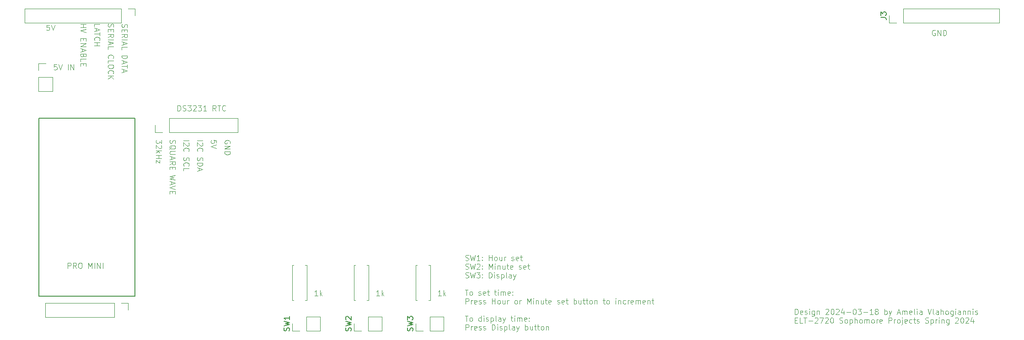
<source format=gto>
G04 #@! TF.GenerationSoftware,KiCad,Pcbnew,7.0.11+dfsg-1*
G04 #@! TF.CreationDate,2024-03-19T11:49:13-04:00*
G04 #@! TF.ProjectId,base,62617365-2e6b-4696-9361-645f70636258,rev?*
G04 #@! TF.SameCoordinates,Original*
G04 #@! TF.FileFunction,Legend,Top*
G04 #@! TF.FilePolarity,Positive*
%FSLAX46Y46*%
G04 Gerber Fmt 4.6, Leading zero omitted, Abs format (unit mm)*
G04 Created by KiCad (PCBNEW 7.0.11+dfsg-1) date 2024-03-19 11:49:13*
%MOMM*%
%LPD*%
G01*
G04 APERTURE LIST*
%ADD10C,0.100000*%
%ADD11C,0.150000*%
%ADD12C,0.120000*%
%ADD13C,1.600000*%
%ADD14O,1.600000X1.600000*%
%ADD15C,1.727200*%
%ADD16R,1.727200X1.727200*%
%ADD17R,1.700000X1.700000*%
%ADD18O,1.700000X1.700000*%
G04 APERTURE END LIST*
D10*
X133606265Y-111404800D02*
X133749122Y-111452419D01*
X133749122Y-111452419D02*
X133987217Y-111452419D01*
X133987217Y-111452419D02*
X134082455Y-111404800D01*
X134082455Y-111404800D02*
X134130074Y-111357180D01*
X134130074Y-111357180D02*
X134177693Y-111261942D01*
X134177693Y-111261942D02*
X134177693Y-111166704D01*
X134177693Y-111166704D02*
X134130074Y-111071466D01*
X134130074Y-111071466D02*
X134082455Y-111023847D01*
X134082455Y-111023847D02*
X133987217Y-110976228D01*
X133987217Y-110976228D02*
X133796741Y-110928609D01*
X133796741Y-110928609D02*
X133701503Y-110880990D01*
X133701503Y-110880990D02*
X133653884Y-110833371D01*
X133653884Y-110833371D02*
X133606265Y-110738133D01*
X133606265Y-110738133D02*
X133606265Y-110642895D01*
X133606265Y-110642895D02*
X133653884Y-110547657D01*
X133653884Y-110547657D02*
X133701503Y-110500038D01*
X133701503Y-110500038D02*
X133796741Y-110452419D01*
X133796741Y-110452419D02*
X134034836Y-110452419D01*
X134034836Y-110452419D02*
X134177693Y-110500038D01*
X134511027Y-110452419D02*
X134749122Y-111452419D01*
X134749122Y-111452419D02*
X134939598Y-110738133D01*
X134939598Y-110738133D02*
X135130074Y-111452419D01*
X135130074Y-111452419D02*
X135368170Y-110452419D01*
X136272931Y-111452419D02*
X135701503Y-111452419D01*
X135987217Y-111452419D02*
X135987217Y-110452419D01*
X135987217Y-110452419D02*
X135891979Y-110595276D01*
X135891979Y-110595276D02*
X135796741Y-110690514D01*
X135796741Y-110690514D02*
X135701503Y-110738133D01*
X136701503Y-111357180D02*
X136749122Y-111404800D01*
X136749122Y-111404800D02*
X136701503Y-111452419D01*
X136701503Y-111452419D02*
X136653884Y-111404800D01*
X136653884Y-111404800D02*
X136701503Y-111357180D01*
X136701503Y-111357180D02*
X136701503Y-111452419D01*
X136701503Y-110833371D02*
X136749122Y-110880990D01*
X136749122Y-110880990D02*
X136701503Y-110928609D01*
X136701503Y-110928609D02*
X136653884Y-110880990D01*
X136653884Y-110880990D02*
X136701503Y-110833371D01*
X136701503Y-110833371D02*
X136701503Y-110928609D01*
X137939598Y-111452419D02*
X137939598Y-110452419D01*
X137939598Y-110928609D02*
X138511026Y-110928609D01*
X138511026Y-111452419D02*
X138511026Y-110452419D01*
X139130074Y-111452419D02*
X139034836Y-111404800D01*
X139034836Y-111404800D02*
X138987217Y-111357180D01*
X138987217Y-111357180D02*
X138939598Y-111261942D01*
X138939598Y-111261942D02*
X138939598Y-110976228D01*
X138939598Y-110976228D02*
X138987217Y-110880990D01*
X138987217Y-110880990D02*
X139034836Y-110833371D01*
X139034836Y-110833371D02*
X139130074Y-110785752D01*
X139130074Y-110785752D02*
X139272931Y-110785752D01*
X139272931Y-110785752D02*
X139368169Y-110833371D01*
X139368169Y-110833371D02*
X139415788Y-110880990D01*
X139415788Y-110880990D02*
X139463407Y-110976228D01*
X139463407Y-110976228D02*
X139463407Y-111261942D01*
X139463407Y-111261942D02*
X139415788Y-111357180D01*
X139415788Y-111357180D02*
X139368169Y-111404800D01*
X139368169Y-111404800D02*
X139272931Y-111452419D01*
X139272931Y-111452419D02*
X139130074Y-111452419D01*
X140320550Y-110785752D02*
X140320550Y-111452419D01*
X139891979Y-110785752D02*
X139891979Y-111309561D01*
X139891979Y-111309561D02*
X139939598Y-111404800D01*
X139939598Y-111404800D02*
X140034836Y-111452419D01*
X140034836Y-111452419D02*
X140177693Y-111452419D01*
X140177693Y-111452419D02*
X140272931Y-111404800D01*
X140272931Y-111404800D02*
X140320550Y-111357180D01*
X140796741Y-111452419D02*
X140796741Y-110785752D01*
X140796741Y-110976228D02*
X140844360Y-110880990D01*
X140844360Y-110880990D02*
X140891979Y-110833371D01*
X140891979Y-110833371D02*
X140987217Y-110785752D01*
X140987217Y-110785752D02*
X141082455Y-110785752D01*
X142130075Y-111404800D02*
X142225313Y-111452419D01*
X142225313Y-111452419D02*
X142415789Y-111452419D01*
X142415789Y-111452419D02*
X142511027Y-111404800D01*
X142511027Y-111404800D02*
X142558646Y-111309561D01*
X142558646Y-111309561D02*
X142558646Y-111261942D01*
X142558646Y-111261942D02*
X142511027Y-111166704D01*
X142511027Y-111166704D02*
X142415789Y-111119085D01*
X142415789Y-111119085D02*
X142272932Y-111119085D01*
X142272932Y-111119085D02*
X142177694Y-111071466D01*
X142177694Y-111071466D02*
X142130075Y-110976228D01*
X142130075Y-110976228D02*
X142130075Y-110928609D01*
X142130075Y-110928609D02*
X142177694Y-110833371D01*
X142177694Y-110833371D02*
X142272932Y-110785752D01*
X142272932Y-110785752D02*
X142415789Y-110785752D01*
X142415789Y-110785752D02*
X142511027Y-110833371D01*
X143368170Y-111404800D02*
X143272932Y-111452419D01*
X143272932Y-111452419D02*
X143082456Y-111452419D01*
X143082456Y-111452419D02*
X142987218Y-111404800D01*
X142987218Y-111404800D02*
X142939599Y-111309561D01*
X142939599Y-111309561D02*
X142939599Y-110928609D01*
X142939599Y-110928609D02*
X142987218Y-110833371D01*
X142987218Y-110833371D02*
X143082456Y-110785752D01*
X143082456Y-110785752D02*
X143272932Y-110785752D01*
X143272932Y-110785752D02*
X143368170Y-110833371D01*
X143368170Y-110833371D02*
X143415789Y-110928609D01*
X143415789Y-110928609D02*
X143415789Y-111023847D01*
X143415789Y-111023847D02*
X142939599Y-111119085D01*
X143701504Y-110785752D02*
X144082456Y-110785752D01*
X143844361Y-110452419D02*
X143844361Y-111309561D01*
X143844361Y-111309561D02*
X143891980Y-111404800D01*
X143891980Y-111404800D02*
X143987218Y-111452419D01*
X143987218Y-111452419D02*
X144082456Y-111452419D01*
X133606265Y-113014800D02*
X133749122Y-113062419D01*
X133749122Y-113062419D02*
X133987217Y-113062419D01*
X133987217Y-113062419D02*
X134082455Y-113014800D01*
X134082455Y-113014800D02*
X134130074Y-112967180D01*
X134130074Y-112967180D02*
X134177693Y-112871942D01*
X134177693Y-112871942D02*
X134177693Y-112776704D01*
X134177693Y-112776704D02*
X134130074Y-112681466D01*
X134130074Y-112681466D02*
X134082455Y-112633847D01*
X134082455Y-112633847D02*
X133987217Y-112586228D01*
X133987217Y-112586228D02*
X133796741Y-112538609D01*
X133796741Y-112538609D02*
X133701503Y-112490990D01*
X133701503Y-112490990D02*
X133653884Y-112443371D01*
X133653884Y-112443371D02*
X133606265Y-112348133D01*
X133606265Y-112348133D02*
X133606265Y-112252895D01*
X133606265Y-112252895D02*
X133653884Y-112157657D01*
X133653884Y-112157657D02*
X133701503Y-112110038D01*
X133701503Y-112110038D02*
X133796741Y-112062419D01*
X133796741Y-112062419D02*
X134034836Y-112062419D01*
X134034836Y-112062419D02*
X134177693Y-112110038D01*
X134511027Y-112062419D02*
X134749122Y-113062419D01*
X134749122Y-113062419D02*
X134939598Y-112348133D01*
X134939598Y-112348133D02*
X135130074Y-113062419D01*
X135130074Y-113062419D02*
X135368170Y-112062419D01*
X135701503Y-112157657D02*
X135749122Y-112110038D01*
X135749122Y-112110038D02*
X135844360Y-112062419D01*
X135844360Y-112062419D02*
X136082455Y-112062419D01*
X136082455Y-112062419D02*
X136177693Y-112110038D01*
X136177693Y-112110038D02*
X136225312Y-112157657D01*
X136225312Y-112157657D02*
X136272931Y-112252895D01*
X136272931Y-112252895D02*
X136272931Y-112348133D01*
X136272931Y-112348133D02*
X136225312Y-112490990D01*
X136225312Y-112490990D02*
X135653884Y-113062419D01*
X135653884Y-113062419D02*
X136272931Y-113062419D01*
X136701503Y-112967180D02*
X136749122Y-113014800D01*
X136749122Y-113014800D02*
X136701503Y-113062419D01*
X136701503Y-113062419D02*
X136653884Y-113014800D01*
X136653884Y-113014800D02*
X136701503Y-112967180D01*
X136701503Y-112967180D02*
X136701503Y-113062419D01*
X136701503Y-112443371D02*
X136749122Y-112490990D01*
X136749122Y-112490990D02*
X136701503Y-112538609D01*
X136701503Y-112538609D02*
X136653884Y-112490990D01*
X136653884Y-112490990D02*
X136701503Y-112443371D01*
X136701503Y-112443371D02*
X136701503Y-112538609D01*
X137939598Y-113062419D02*
X137939598Y-112062419D01*
X137939598Y-112062419D02*
X138272931Y-112776704D01*
X138272931Y-112776704D02*
X138606264Y-112062419D01*
X138606264Y-112062419D02*
X138606264Y-113062419D01*
X139082455Y-113062419D02*
X139082455Y-112395752D01*
X139082455Y-112062419D02*
X139034836Y-112110038D01*
X139034836Y-112110038D02*
X139082455Y-112157657D01*
X139082455Y-112157657D02*
X139130074Y-112110038D01*
X139130074Y-112110038D02*
X139082455Y-112062419D01*
X139082455Y-112062419D02*
X139082455Y-112157657D01*
X139558645Y-112395752D02*
X139558645Y-113062419D01*
X139558645Y-112490990D02*
X139606264Y-112443371D01*
X139606264Y-112443371D02*
X139701502Y-112395752D01*
X139701502Y-112395752D02*
X139844359Y-112395752D01*
X139844359Y-112395752D02*
X139939597Y-112443371D01*
X139939597Y-112443371D02*
X139987216Y-112538609D01*
X139987216Y-112538609D02*
X139987216Y-113062419D01*
X140891978Y-112395752D02*
X140891978Y-113062419D01*
X140463407Y-112395752D02*
X140463407Y-112919561D01*
X140463407Y-112919561D02*
X140511026Y-113014800D01*
X140511026Y-113014800D02*
X140606264Y-113062419D01*
X140606264Y-113062419D02*
X140749121Y-113062419D01*
X140749121Y-113062419D02*
X140844359Y-113014800D01*
X140844359Y-113014800D02*
X140891978Y-112967180D01*
X141225312Y-112395752D02*
X141606264Y-112395752D01*
X141368169Y-112062419D02*
X141368169Y-112919561D01*
X141368169Y-112919561D02*
X141415788Y-113014800D01*
X141415788Y-113014800D02*
X141511026Y-113062419D01*
X141511026Y-113062419D02*
X141606264Y-113062419D01*
X142320550Y-113014800D02*
X142225312Y-113062419D01*
X142225312Y-113062419D02*
X142034836Y-113062419D01*
X142034836Y-113062419D02*
X141939598Y-113014800D01*
X141939598Y-113014800D02*
X141891979Y-112919561D01*
X141891979Y-112919561D02*
X141891979Y-112538609D01*
X141891979Y-112538609D02*
X141939598Y-112443371D01*
X141939598Y-112443371D02*
X142034836Y-112395752D01*
X142034836Y-112395752D02*
X142225312Y-112395752D01*
X142225312Y-112395752D02*
X142320550Y-112443371D01*
X142320550Y-112443371D02*
X142368169Y-112538609D01*
X142368169Y-112538609D02*
X142368169Y-112633847D01*
X142368169Y-112633847D02*
X141891979Y-112729085D01*
X143511027Y-113014800D02*
X143606265Y-113062419D01*
X143606265Y-113062419D02*
X143796741Y-113062419D01*
X143796741Y-113062419D02*
X143891979Y-113014800D01*
X143891979Y-113014800D02*
X143939598Y-112919561D01*
X143939598Y-112919561D02*
X143939598Y-112871942D01*
X143939598Y-112871942D02*
X143891979Y-112776704D01*
X143891979Y-112776704D02*
X143796741Y-112729085D01*
X143796741Y-112729085D02*
X143653884Y-112729085D01*
X143653884Y-112729085D02*
X143558646Y-112681466D01*
X143558646Y-112681466D02*
X143511027Y-112586228D01*
X143511027Y-112586228D02*
X143511027Y-112538609D01*
X143511027Y-112538609D02*
X143558646Y-112443371D01*
X143558646Y-112443371D02*
X143653884Y-112395752D01*
X143653884Y-112395752D02*
X143796741Y-112395752D01*
X143796741Y-112395752D02*
X143891979Y-112443371D01*
X144749122Y-113014800D02*
X144653884Y-113062419D01*
X144653884Y-113062419D02*
X144463408Y-113062419D01*
X144463408Y-113062419D02*
X144368170Y-113014800D01*
X144368170Y-113014800D02*
X144320551Y-112919561D01*
X144320551Y-112919561D02*
X144320551Y-112538609D01*
X144320551Y-112538609D02*
X144368170Y-112443371D01*
X144368170Y-112443371D02*
X144463408Y-112395752D01*
X144463408Y-112395752D02*
X144653884Y-112395752D01*
X144653884Y-112395752D02*
X144749122Y-112443371D01*
X144749122Y-112443371D02*
X144796741Y-112538609D01*
X144796741Y-112538609D02*
X144796741Y-112633847D01*
X144796741Y-112633847D02*
X144320551Y-112729085D01*
X145082456Y-112395752D02*
X145463408Y-112395752D01*
X145225313Y-112062419D02*
X145225313Y-112919561D01*
X145225313Y-112919561D02*
X145272932Y-113014800D01*
X145272932Y-113014800D02*
X145368170Y-113062419D01*
X145368170Y-113062419D02*
X145463408Y-113062419D01*
X133606265Y-114624800D02*
X133749122Y-114672419D01*
X133749122Y-114672419D02*
X133987217Y-114672419D01*
X133987217Y-114672419D02*
X134082455Y-114624800D01*
X134082455Y-114624800D02*
X134130074Y-114577180D01*
X134130074Y-114577180D02*
X134177693Y-114481942D01*
X134177693Y-114481942D02*
X134177693Y-114386704D01*
X134177693Y-114386704D02*
X134130074Y-114291466D01*
X134130074Y-114291466D02*
X134082455Y-114243847D01*
X134082455Y-114243847D02*
X133987217Y-114196228D01*
X133987217Y-114196228D02*
X133796741Y-114148609D01*
X133796741Y-114148609D02*
X133701503Y-114100990D01*
X133701503Y-114100990D02*
X133653884Y-114053371D01*
X133653884Y-114053371D02*
X133606265Y-113958133D01*
X133606265Y-113958133D02*
X133606265Y-113862895D01*
X133606265Y-113862895D02*
X133653884Y-113767657D01*
X133653884Y-113767657D02*
X133701503Y-113720038D01*
X133701503Y-113720038D02*
X133796741Y-113672419D01*
X133796741Y-113672419D02*
X134034836Y-113672419D01*
X134034836Y-113672419D02*
X134177693Y-113720038D01*
X134511027Y-113672419D02*
X134749122Y-114672419D01*
X134749122Y-114672419D02*
X134939598Y-113958133D01*
X134939598Y-113958133D02*
X135130074Y-114672419D01*
X135130074Y-114672419D02*
X135368170Y-113672419D01*
X135653884Y-113672419D02*
X136272931Y-113672419D01*
X136272931Y-113672419D02*
X135939598Y-114053371D01*
X135939598Y-114053371D02*
X136082455Y-114053371D01*
X136082455Y-114053371D02*
X136177693Y-114100990D01*
X136177693Y-114100990D02*
X136225312Y-114148609D01*
X136225312Y-114148609D02*
X136272931Y-114243847D01*
X136272931Y-114243847D02*
X136272931Y-114481942D01*
X136272931Y-114481942D02*
X136225312Y-114577180D01*
X136225312Y-114577180D02*
X136177693Y-114624800D01*
X136177693Y-114624800D02*
X136082455Y-114672419D01*
X136082455Y-114672419D02*
X135796741Y-114672419D01*
X135796741Y-114672419D02*
X135701503Y-114624800D01*
X135701503Y-114624800D02*
X135653884Y-114577180D01*
X136701503Y-114577180D02*
X136749122Y-114624800D01*
X136749122Y-114624800D02*
X136701503Y-114672419D01*
X136701503Y-114672419D02*
X136653884Y-114624800D01*
X136653884Y-114624800D02*
X136701503Y-114577180D01*
X136701503Y-114577180D02*
X136701503Y-114672419D01*
X136701503Y-114053371D02*
X136749122Y-114100990D01*
X136749122Y-114100990D02*
X136701503Y-114148609D01*
X136701503Y-114148609D02*
X136653884Y-114100990D01*
X136653884Y-114100990D02*
X136701503Y-114053371D01*
X136701503Y-114053371D02*
X136701503Y-114148609D01*
X137939598Y-114672419D02*
X137939598Y-113672419D01*
X137939598Y-113672419D02*
X138177693Y-113672419D01*
X138177693Y-113672419D02*
X138320550Y-113720038D01*
X138320550Y-113720038D02*
X138415788Y-113815276D01*
X138415788Y-113815276D02*
X138463407Y-113910514D01*
X138463407Y-113910514D02*
X138511026Y-114100990D01*
X138511026Y-114100990D02*
X138511026Y-114243847D01*
X138511026Y-114243847D02*
X138463407Y-114434323D01*
X138463407Y-114434323D02*
X138415788Y-114529561D01*
X138415788Y-114529561D02*
X138320550Y-114624800D01*
X138320550Y-114624800D02*
X138177693Y-114672419D01*
X138177693Y-114672419D02*
X137939598Y-114672419D01*
X138939598Y-114672419D02*
X138939598Y-114005752D01*
X138939598Y-113672419D02*
X138891979Y-113720038D01*
X138891979Y-113720038D02*
X138939598Y-113767657D01*
X138939598Y-113767657D02*
X138987217Y-113720038D01*
X138987217Y-113720038D02*
X138939598Y-113672419D01*
X138939598Y-113672419D02*
X138939598Y-113767657D01*
X139368169Y-114624800D02*
X139463407Y-114672419D01*
X139463407Y-114672419D02*
X139653883Y-114672419D01*
X139653883Y-114672419D02*
X139749121Y-114624800D01*
X139749121Y-114624800D02*
X139796740Y-114529561D01*
X139796740Y-114529561D02*
X139796740Y-114481942D01*
X139796740Y-114481942D02*
X139749121Y-114386704D01*
X139749121Y-114386704D02*
X139653883Y-114339085D01*
X139653883Y-114339085D02*
X139511026Y-114339085D01*
X139511026Y-114339085D02*
X139415788Y-114291466D01*
X139415788Y-114291466D02*
X139368169Y-114196228D01*
X139368169Y-114196228D02*
X139368169Y-114148609D01*
X139368169Y-114148609D02*
X139415788Y-114053371D01*
X139415788Y-114053371D02*
X139511026Y-114005752D01*
X139511026Y-114005752D02*
X139653883Y-114005752D01*
X139653883Y-114005752D02*
X139749121Y-114053371D01*
X140225312Y-114005752D02*
X140225312Y-115005752D01*
X140225312Y-114053371D02*
X140320550Y-114005752D01*
X140320550Y-114005752D02*
X140511026Y-114005752D01*
X140511026Y-114005752D02*
X140606264Y-114053371D01*
X140606264Y-114053371D02*
X140653883Y-114100990D01*
X140653883Y-114100990D02*
X140701502Y-114196228D01*
X140701502Y-114196228D02*
X140701502Y-114481942D01*
X140701502Y-114481942D02*
X140653883Y-114577180D01*
X140653883Y-114577180D02*
X140606264Y-114624800D01*
X140606264Y-114624800D02*
X140511026Y-114672419D01*
X140511026Y-114672419D02*
X140320550Y-114672419D01*
X140320550Y-114672419D02*
X140225312Y-114624800D01*
X141272931Y-114672419D02*
X141177693Y-114624800D01*
X141177693Y-114624800D02*
X141130074Y-114529561D01*
X141130074Y-114529561D02*
X141130074Y-113672419D01*
X142082455Y-114672419D02*
X142082455Y-114148609D01*
X142082455Y-114148609D02*
X142034836Y-114053371D01*
X142034836Y-114053371D02*
X141939598Y-114005752D01*
X141939598Y-114005752D02*
X141749122Y-114005752D01*
X141749122Y-114005752D02*
X141653884Y-114053371D01*
X142082455Y-114624800D02*
X141987217Y-114672419D01*
X141987217Y-114672419D02*
X141749122Y-114672419D01*
X141749122Y-114672419D02*
X141653884Y-114624800D01*
X141653884Y-114624800D02*
X141606265Y-114529561D01*
X141606265Y-114529561D02*
X141606265Y-114434323D01*
X141606265Y-114434323D02*
X141653884Y-114339085D01*
X141653884Y-114339085D02*
X141749122Y-114291466D01*
X141749122Y-114291466D02*
X141987217Y-114291466D01*
X141987217Y-114291466D02*
X142082455Y-114243847D01*
X142463408Y-114005752D02*
X142701503Y-114672419D01*
X142939598Y-114005752D02*
X142701503Y-114672419D01*
X142701503Y-114672419D02*
X142606265Y-114910514D01*
X142606265Y-114910514D02*
X142558646Y-114958133D01*
X142558646Y-114958133D02*
X142463408Y-115005752D01*
X133511027Y-116892419D02*
X134082455Y-116892419D01*
X133796741Y-117892419D02*
X133796741Y-116892419D01*
X134558646Y-117892419D02*
X134463408Y-117844800D01*
X134463408Y-117844800D02*
X134415789Y-117797180D01*
X134415789Y-117797180D02*
X134368170Y-117701942D01*
X134368170Y-117701942D02*
X134368170Y-117416228D01*
X134368170Y-117416228D02*
X134415789Y-117320990D01*
X134415789Y-117320990D02*
X134463408Y-117273371D01*
X134463408Y-117273371D02*
X134558646Y-117225752D01*
X134558646Y-117225752D02*
X134701503Y-117225752D01*
X134701503Y-117225752D02*
X134796741Y-117273371D01*
X134796741Y-117273371D02*
X134844360Y-117320990D01*
X134844360Y-117320990D02*
X134891979Y-117416228D01*
X134891979Y-117416228D02*
X134891979Y-117701942D01*
X134891979Y-117701942D02*
X134844360Y-117797180D01*
X134844360Y-117797180D02*
X134796741Y-117844800D01*
X134796741Y-117844800D02*
X134701503Y-117892419D01*
X134701503Y-117892419D02*
X134558646Y-117892419D01*
X136034837Y-117844800D02*
X136130075Y-117892419D01*
X136130075Y-117892419D02*
X136320551Y-117892419D01*
X136320551Y-117892419D02*
X136415789Y-117844800D01*
X136415789Y-117844800D02*
X136463408Y-117749561D01*
X136463408Y-117749561D02*
X136463408Y-117701942D01*
X136463408Y-117701942D02*
X136415789Y-117606704D01*
X136415789Y-117606704D02*
X136320551Y-117559085D01*
X136320551Y-117559085D02*
X136177694Y-117559085D01*
X136177694Y-117559085D02*
X136082456Y-117511466D01*
X136082456Y-117511466D02*
X136034837Y-117416228D01*
X136034837Y-117416228D02*
X136034837Y-117368609D01*
X136034837Y-117368609D02*
X136082456Y-117273371D01*
X136082456Y-117273371D02*
X136177694Y-117225752D01*
X136177694Y-117225752D02*
X136320551Y-117225752D01*
X136320551Y-117225752D02*
X136415789Y-117273371D01*
X137272932Y-117844800D02*
X137177694Y-117892419D01*
X137177694Y-117892419D02*
X136987218Y-117892419D01*
X136987218Y-117892419D02*
X136891980Y-117844800D01*
X136891980Y-117844800D02*
X136844361Y-117749561D01*
X136844361Y-117749561D02*
X136844361Y-117368609D01*
X136844361Y-117368609D02*
X136891980Y-117273371D01*
X136891980Y-117273371D02*
X136987218Y-117225752D01*
X136987218Y-117225752D02*
X137177694Y-117225752D01*
X137177694Y-117225752D02*
X137272932Y-117273371D01*
X137272932Y-117273371D02*
X137320551Y-117368609D01*
X137320551Y-117368609D02*
X137320551Y-117463847D01*
X137320551Y-117463847D02*
X136844361Y-117559085D01*
X137606266Y-117225752D02*
X137987218Y-117225752D01*
X137749123Y-116892419D02*
X137749123Y-117749561D01*
X137749123Y-117749561D02*
X137796742Y-117844800D01*
X137796742Y-117844800D02*
X137891980Y-117892419D01*
X137891980Y-117892419D02*
X137987218Y-117892419D01*
X138939600Y-117225752D02*
X139320552Y-117225752D01*
X139082457Y-116892419D02*
X139082457Y-117749561D01*
X139082457Y-117749561D02*
X139130076Y-117844800D01*
X139130076Y-117844800D02*
X139225314Y-117892419D01*
X139225314Y-117892419D02*
X139320552Y-117892419D01*
X139653886Y-117892419D02*
X139653886Y-117225752D01*
X139653886Y-116892419D02*
X139606267Y-116940038D01*
X139606267Y-116940038D02*
X139653886Y-116987657D01*
X139653886Y-116987657D02*
X139701505Y-116940038D01*
X139701505Y-116940038D02*
X139653886Y-116892419D01*
X139653886Y-116892419D02*
X139653886Y-116987657D01*
X140130076Y-117892419D02*
X140130076Y-117225752D01*
X140130076Y-117320990D02*
X140177695Y-117273371D01*
X140177695Y-117273371D02*
X140272933Y-117225752D01*
X140272933Y-117225752D02*
X140415790Y-117225752D01*
X140415790Y-117225752D02*
X140511028Y-117273371D01*
X140511028Y-117273371D02*
X140558647Y-117368609D01*
X140558647Y-117368609D02*
X140558647Y-117892419D01*
X140558647Y-117368609D02*
X140606266Y-117273371D01*
X140606266Y-117273371D02*
X140701504Y-117225752D01*
X140701504Y-117225752D02*
X140844361Y-117225752D01*
X140844361Y-117225752D02*
X140939600Y-117273371D01*
X140939600Y-117273371D02*
X140987219Y-117368609D01*
X140987219Y-117368609D02*
X140987219Y-117892419D01*
X141844361Y-117844800D02*
X141749123Y-117892419D01*
X141749123Y-117892419D02*
X141558647Y-117892419D01*
X141558647Y-117892419D02*
X141463409Y-117844800D01*
X141463409Y-117844800D02*
X141415790Y-117749561D01*
X141415790Y-117749561D02*
X141415790Y-117368609D01*
X141415790Y-117368609D02*
X141463409Y-117273371D01*
X141463409Y-117273371D02*
X141558647Y-117225752D01*
X141558647Y-117225752D02*
X141749123Y-117225752D01*
X141749123Y-117225752D02*
X141844361Y-117273371D01*
X141844361Y-117273371D02*
X141891980Y-117368609D01*
X141891980Y-117368609D02*
X141891980Y-117463847D01*
X141891980Y-117463847D02*
X141415790Y-117559085D01*
X142320552Y-117797180D02*
X142368171Y-117844800D01*
X142368171Y-117844800D02*
X142320552Y-117892419D01*
X142320552Y-117892419D02*
X142272933Y-117844800D01*
X142272933Y-117844800D02*
X142320552Y-117797180D01*
X142320552Y-117797180D02*
X142320552Y-117892419D01*
X142320552Y-117273371D02*
X142368171Y-117320990D01*
X142368171Y-117320990D02*
X142320552Y-117368609D01*
X142320552Y-117368609D02*
X142272933Y-117320990D01*
X142272933Y-117320990D02*
X142320552Y-117273371D01*
X142320552Y-117273371D02*
X142320552Y-117368609D01*
X133653884Y-119502419D02*
X133653884Y-118502419D01*
X133653884Y-118502419D02*
X134034836Y-118502419D01*
X134034836Y-118502419D02*
X134130074Y-118550038D01*
X134130074Y-118550038D02*
X134177693Y-118597657D01*
X134177693Y-118597657D02*
X134225312Y-118692895D01*
X134225312Y-118692895D02*
X134225312Y-118835752D01*
X134225312Y-118835752D02*
X134177693Y-118930990D01*
X134177693Y-118930990D02*
X134130074Y-118978609D01*
X134130074Y-118978609D02*
X134034836Y-119026228D01*
X134034836Y-119026228D02*
X133653884Y-119026228D01*
X134653884Y-119502419D02*
X134653884Y-118835752D01*
X134653884Y-119026228D02*
X134701503Y-118930990D01*
X134701503Y-118930990D02*
X134749122Y-118883371D01*
X134749122Y-118883371D02*
X134844360Y-118835752D01*
X134844360Y-118835752D02*
X134939598Y-118835752D01*
X135653884Y-119454800D02*
X135558646Y-119502419D01*
X135558646Y-119502419D02*
X135368170Y-119502419D01*
X135368170Y-119502419D02*
X135272932Y-119454800D01*
X135272932Y-119454800D02*
X135225313Y-119359561D01*
X135225313Y-119359561D02*
X135225313Y-118978609D01*
X135225313Y-118978609D02*
X135272932Y-118883371D01*
X135272932Y-118883371D02*
X135368170Y-118835752D01*
X135368170Y-118835752D02*
X135558646Y-118835752D01*
X135558646Y-118835752D02*
X135653884Y-118883371D01*
X135653884Y-118883371D02*
X135701503Y-118978609D01*
X135701503Y-118978609D02*
X135701503Y-119073847D01*
X135701503Y-119073847D02*
X135225313Y-119169085D01*
X136082456Y-119454800D02*
X136177694Y-119502419D01*
X136177694Y-119502419D02*
X136368170Y-119502419D01*
X136368170Y-119502419D02*
X136463408Y-119454800D01*
X136463408Y-119454800D02*
X136511027Y-119359561D01*
X136511027Y-119359561D02*
X136511027Y-119311942D01*
X136511027Y-119311942D02*
X136463408Y-119216704D01*
X136463408Y-119216704D02*
X136368170Y-119169085D01*
X136368170Y-119169085D02*
X136225313Y-119169085D01*
X136225313Y-119169085D02*
X136130075Y-119121466D01*
X136130075Y-119121466D02*
X136082456Y-119026228D01*
X136082456Y-119026228D02*
X136082456Y-118978609D01*
X136082456Y-118978609D02*
X136130075Y-118883371D01*
X136130075Y-118883371D02*
X136225313Y-118835752D01*
X136225313Y-118835752D02*
X136368170Y-118835752D01*
X136368170Y-118835752D02*
X136463408Y-118883371D01*
X136891980Y-119454800D02*
X136987218Y-119502419D01*
X136987218Y-119502419D02*
X137177694Y-119502419D01*
X137177694Y-119502419D02*
X137272932Y-119454800D01*
X137272932Y-119454800D02*
X137320551Y-119359561D01*
X137320551Y-119359561D02*
X137320551Y-119311942D01*
X137320551Y-119311942D02*
X137272932Y-119216704D01*
X137272932Y-119216704D02*
X137177694Y-119169085D01*
X137177694Y-119169085D02*
X137034837Y-119169085D01*
X137034837Y-119169085D02*
X136939599Y-119121466D01*
X136939599Y-119121466D02*
X136891980Y-119026228D01*
X136891980Y-119026228D02*
X136891980Y-118978609D01*
X136891980Y-118978609D02*
X136939599Y-118883371D01*
X136939599Y-118883371D02*
X137034837Y-118835752D01*
X137034837Y-118835752D02*
X137177694Y-118835752D01*
X137177694Y-118835752D02*
X137272932Y-118883371D01*
X138511028Y-119502419D02*
X138511028Y-118502419D01*
X138511028Y-118978609D02*
X139082456Y-118978609D01*
X139082456Y-119502419D02*
X139082456Y-118502419D01*
X139701504Y-119502419D02*
X139606266Y-119454800D01*
X139606266Y-119454800D02*
X139558647Y-119407180D01*
X139558647Y-119407180D02*
X139511028Y-119311942D01*
X139511028Y-119311942D02*
X139511028Y-119026228D01*
X139511028Y-119026228D02*
X139558647Y-118930990D01*
X139558647Y-118930990D02*
X139606266Y-118883371D01*
X139606266Y-118883371D02*
X139701504Y-118835752D01*
X139701504Y-118835752D02*
X139844361Y-118835752D01*
X139844361Y-118835752D02*
X139939599Y-118883371D01*
X139939599Y-118883371D02*
X139987218Y-118930990D01*
X139987218Y-118930990D02*
X140034837Y-119026228D01*
X140034837Y-119026228D02*
X140034837Y-119311942D01*
X140034837Y-119311942D02*
X139987218Y-119407180D01*
X139987218Y-119407180D02*
X139939599Y-119454800D01*
X139939599Y-119454800D02*
X139844361Y-119502419D01*
X139844361Y-119502419D02*
X139701504Y-119502419D01*
X140891980Y-118835752D02*
X140891980Y-119502419D01*
X140463409Y-118835752D02*
X140463409Y-119359561D01*
X140463409Y-119359561D02*
X140511028Y-119454800D01*
X140511028Y-119454800D02*
X140606266Y-119502419D01*
X140606266Y-119502419D02*
X140749123Y-119502419D01*
X140749123Y-119502419D02*
X140844361Y-119454800D01*
X140844361Y-119454800D02*
X140891980Y-119407180D01*
X141368171Y-119502419D02*
X141368171Y-118835752D01*
X141368171Y-119026228D02*
X141415790Y-118930990D01*
X141415790Y-118930990D02*
X141463409Y-118883371D01*
X141463409Y-118883371D02*
X141558647Y-118835752D01*
X141558647Y-118835752D02*
X141653885Y-118835752D01*
X142891981Y-119502419D02*
X142796743Y-119454800D01*
X142796743Y-119454800D02*
X142749124Y-119407180D01*
X142749124Y-119407180D02*
X142701505Y-119311942D01*
X142701505Y-119311942D02*
X142701505Y-119026228D01*
X142701505Y-119026228D02*
X142749124Y-118930990D01*
X142749124Y-118930990D02*
X142796743Y-118883371D01*
X142796743Y-118883371D02*
X142891981Y-118835752D01*
X142891981Y-118835752D02*
X143034838Y-118835752D01*
X143034838Y-118835752D02*
X143130076Y-118883371D01*
X143130076Y-118883371D02*
X143177695Y-118930990D01*
X143177695Y-118930990D02*
X143225314Y-119026228D01*
X143225314Y-119026228D02*
X143225314Y-119311942D01*
X143225314Y-119311942D02*
X143177695Y-119407180D01*
X143177695Y-119407180D02*
X143130076Y-119454800D01*
X143130076Y-119454800D02*
X143034838Y-119502419D01*
X143034838Y-119502419D02*
X142891981Y-119502419D01*
X143653886Y-119502419D02*
X143653886Y-118835752D01*
X143653886Y-119026228D02*
X143701505Y-118930990D01*
X143701505Y-118930990D02*
X143749124Y-118883371D01*
X143749124Y-118883371D02*
X143844362Y-118835752D01*
X143844362Y-118835752D02*
X143939600Y-118835752D01*
X145034839Y-119502419D02*
X145034839Y-118502419D01*
X145034839Y-118502419D02*
X145368172Y-119216704D01*
X145368172Y-119216704D02*
X145701505Y-118502419D01*
X145701505Y-118502419D02*
X145701505Y-119502419D01*
X146177696Y-119502419D02*
X146177696Y-118835752D01*
X146177696Y-118502419D02*
X146130077Y-118550038D01*
X146130077Y-118550038D02*
X146177696Y-118597657D01*
X146177696Y-118597657D02*
X146225315Y-118550038D01*
X146225315Y-118550038D02*
X146177696Y-118502419D01*
X146177696Y-118502419D02*
X146177696Y-118597657D01*
X146653886Y-118835752D02*
X146653886Y-119502419D01*
X146653886Y-118930990D02*
X146701505Y-118883371D01*
X146701505Y-118883371D02*
X146796743Y-118835752D01*
X146796743Y-118835752D02*
X146939600Y-118835752D01*
X146939600Y-118835752D02*
X147034838Y-118883371D01*
X147034838Y-118883371D02*
X147082457Y-118978609D01*
X147082457Y-118978609D02*
X147082457Y-119502419D01*
X147987219Y-118835752D02*
X147987219Y-119502419D01*
X147558648Y-118835752D02*
X147558648Y-119359561D01*
X147558648Y-119359561D02*
X147606267Y-119454800D01*
X147606267Y-119454800D02*
X147701505Y-119502419D01*
X147701505Y-119502419D02*
X147844362Y-119502419D01*
X147844362Y-119502419D02*
X147939600Y-119454800D01*
X147939600Y-119454800D02*
X147987219Y-119407180D01*
X148320553Y-118835752D02*
X148701505Y-118835752D01*
X148463410Y-118502419D02*
X148463410Y-119359561D01*
X148463410Y-119359561D02*
X148511029Y-119454800D01*
X148511029Y-119454800D02*
X148606267Y-119502419D01*
X148606267Y-119502419D02*
X148701505Y-119502419D01*
X149415791Y-119454800D02*
X149320553Y-119502419D01*
X149320553Y-119502419D02*
X149130077Y-119502419D01*
X149130077Y-119502419D02*
X149034839Y-119454800D01*
X149034839Y-119454800D02*
X148987220Y-119359561D01*
X148987220Y-119359561D02*
X148987220Y-118978609D01*
X148987220Y-118978609D02*
X149034839Y-118883371D01*
X149034839Y-118883371D02*
X149130077Y-118835752D01*
X149130077Y-118835752D02*
X149320553Y-118835752D01*
X149320553Y-118835752D02*
X149415791Y-118883371D01*
X149415791Y-118883371D02*
X149463410Y-118978609D01*
X149463410Y-118978609D02*
X149463410Y-119073847D01*
X149463410Y-119073847D02*
X148987220Y-119169085D01*
X150606268Y-119454800D02*
X150701506Y-119502419D01*
X150701506Y-119502419D02*
X150891982Y-119502419D01*
X150891982Y-119502419D02*
X150987220Y-119454800D01*
X150987220Y-119454800D02*
X151034839Y-119359561D01*
X151034839Y-119359561D02*
X151034839Y-119311942D01*
X151034839Y-119311942D02*
X150987220Y-119216704D01*
X150987220Y-119216704D02*
X150891982Y-119169085D01*
X150891982Y-119169085D02*
X150749125Y-119169085D01*
X150749125Y-119169085D02*
X150653887Y-119121466D01*
X150653887Y-119121466D02*
X150606268Y-119026228D01*
X150606268Y-119026228D02*
X150606268Y-118978609D01*
X150606268Y-118978609D02*
X150653887Y-118883371D01*
X150653887Y-118883371D02*
X150749125Y-118835752D01*
X150749125Y-118835752D02*
X150891982Y-118835752D01*
X150891982Y-118835752D02*
X150987220Y-118883371D01*
X151844363Y-119454800D02*
X151749125Y-119502419D01*
X151749125Y-119502419D02*
X151558649Y-119502419D01*
X151558649Y-119502419D02*
X151463411Y-119454800D01*
X151463411Y-119454800D02*
X151415792Y-119359561D01*
X151415792Y-119359561D02*
X151415792Y-118978609D01*
X151415792Y-118978609D02*
X151463411Y-118883371D01*
X151463411Y-118883371D02*
X151558649Y-118835752D01*
X151558649Y-118835752D02*
X151749125Y-118835752D01*
X151749125Y-118835752D02*
X151844363Y-118883371D01*
X151844363Y-118883371D02*
X151891982Y-118978609D01*
X151891982Y-118978609D02*
X151891982Y-119073847D01*
X151891982Y-119073847D02*
X151415792Y-119169085D01*
X152177697Y-118835752D02*
X152558649Y-118835752D01*
X152320554Y-118502419D02*
X152320554Y-119359561D01*
X152320554Y-119359561D02*
X152368173Y-119454800D01*
X152368173Y-119454800D02*
X152463411Y-119502419D01*
X152463411Y-119502419D02*
X152558649Y-119502419D01*
X153653888Y-119502419D02*
X153653888Y-118502419D01*
X153653888Y-118883371D02*
X153749126Y-118835752D01*
X153749126Y-118835752D02*
X153939602Y-118835752D01*
X153939602Y-118835752D02*
X154034840Y-118883371D01*
X154034840Y-118883371D02*
X154082459Y-118930990D01*
X154082459Y-118930990D02*
X154130078Y-119026228D01*
X154130078Y-119026228D02*
X154130078Y-119311942D01*
X154130078Y-119311942D02*
X154082459Y-119407180D01*
X154082459Y-119407180D02*
X154034840Y-119454800D01*
X154034840Y-119454800D02*
X153939602Y-119502419D01*
X153939602Y-119502419D02*
X153749126Y-119502419D01*
X153749126Y-119502419D02*
X153653888Y-119454800D01*
X154987221Y-118835752D02*
X154987221Y-119502419D01*
X154558650Y-118835752D02*
X154558650Y-119359561D01*
X154558650Y-119359561D02*
X154606269Y-119454800D01*
X154606269Y-119454800D02*
X154701507Y-119502419D01*
X154701507Y-119502419D02*
X154844364Y-119502419D01*
X154844364Y-119502419D02*
X154939602Y-119454800D01*
X154939602Y-119454800D02*
X154987221Y-119407180D01*
X155320555Y-118835752D02*
X155701507Y-118835752D01*
X155463412Y-118502419D02*
X155463412Y-119359561D01*
X155463412Y-119359561D02*
X155511031Y-119454800D01*
X155511031Y-119454800D02*
X155606269Y-119502419D01*
X155606269Y-119502419D02*
X155701507Y-119502419D01*
X155891984Y-118835752D02*
X156272936Y-118835752D01*
X156034841Y-118502419D02*
X156034841Y-119359561D01*
X156034841Y-119359561D02*
X156082460Y-119454800D01*
X156082460Y-119454800D02*
X156177698Y-119502419D01*
X156177698Y-119502419D02*
X156272936Y-119502419D01*
X156749127Y-119502419D02*
X156653889Y-119454800D01*
X156653889Y-119454800D02*
X156606270Y-119407180D01*
X156606270Y-119407180D02*
X156558651Y-119311942D01*
X156558651Y-119311942D02*
X156558651Y-119026228D01*
X156558651Y-119026228D02*
X156606270Y-118930990D01*
X156606270Y-118930990D02*
X156653889Y-118883371D01*
X156653889Y-118883371D02*
X156749127Y-118835752D01*
X156749127Y-118835752D02*
X156891984Y-118835752D01*
X156891984Y-118835752D02*
X156987222Y-118883371D01*
X156987222Y-118883371D02*
X157034841Y-118930990D01*
X157034841Y-118930990D02*
X157082460Y-119026228D01*
X157082460Y-119026228D02*
X157082460Y-119311942D01*
X157082460Y-119311942D02*
X157034841Y-119407180D01*
X157034841Y-119407180D02*
X156987222Y-119454800D01*
X156987222Y-119454800D02*
X156891984Y-119502419D01*
X156891984Y-119502419D02*
X156749127Y-119502419D01*
X157511032Y-118835752D02*
X157511032Y-119502419D01*
X157511032Y-118930990D02*
X157558651Y-118883371D01*
X157558651Y-118883371D02*
X157653889Y-118835752D01*
X157653889Y-118835752D02*
X157796746Y-118835752D01*
X157796746Y-118835752D02*
X157891984Y-118883371D01*
X157891984Y-118883371D02*
X157939603Y-118978609D01*
X157939603Y-118978609D02*
X157939603Y-119502419D01*
X159034842Y-118835752D02*
X159415794Y-118835752D01*
X159177699Y-118502419D02*
X159177699Y-119359561D01*
X159177699Y-119359561D02*
X159225318Y-119454800D01*
X159225318Y-119454800D02*
X159320556Y-119502419D01*
X159320556Y-119502419D02*
X159415794Y-119502419D01*
X159891985Y-119502419D02*
X159796747Y-119454800D01*
X159796747Y-119454800D02*
X159749128Y-119407180D01*
X159749128Y-119407180D02*
X159701509Y-119311942D01*
X159701509Y-119311942D02*
X159701509Y-119026228D01*
X159701509Y-119026228D02*
X159749128Y-118930990D01*
X159749128Y-118930990D02*
X159796747Y-118883371D01*
X159796747Y-118883371D02*
X159891985Y-118835752D01*
X159891985Y-118835752D02*
X160034842Y-118835752D01*
X160034842Y-118835752D02*
X160130080Y-118883371D01*
X160130080Y-118883371D02*
X160177699Y-118930990D01*
X160177699Y-118930990D02*
X160225318Y-119026228D01*
X160225318Y-119026228D02*
X160225318Y-119311942D01*
X160225318Y-119311942D02*
X160177699Y-119407180D01*
X160177699Y-119407180D02*
X160130080Y-119454800D01*
X160130080Y-119454800D02*
X160034842Y-119502419D01*
X160034842Y-119502419D02*
X159891985Y-119502419D01*
X161415795Y-119502419D02*
X161415795Y-118835752D01*
X161415795Y-118502419D02*
X161368176Y-118550038D01*
X161368176Y-118550038D02*
X161415795Y-118597657D01*
X161415795Y-118597657D02*
X161463414Y-118550038D01*
X161463414Y-118550038D02*
X161415795Y-118502419D01*
X161415795Y-118502419D02*
X161415795Y-118597657D01*
X161891985Y-118835752D02*
X161891985Y-119502419D01*
X161891985Y-118930990D02*
X161939604Y-118883371D01*
X161939604Y-118883371D02*
X162034842Y-118835752D01*
X162034842Y-118835752D02*
X162177699Y-118835752D01*
X162177699Y-118835752D02*
X162272937Y-118883371D01*
X162272937Y-118883371D02*
X162320556Y-118978609D01*
X162320556Y-118978609D02*
X162320556Y-119502419D01*
X163225318Y-119454800D02*
X163130080Y-119502419D01*
X163130080Y-119502419D02*
X162939604Y-119502419D01*
X162939604Y-119502419D02*
X162844366Y-119454800D01*
X162844366Y-119454800D02*
X162796747Y-119407180D01*
X162796747Y-119407180D02*
X162749128Y-119311942D01*
X162749128Y-119311942D02*
X162749128Y-119026228D01*
X162749128Y-119026228D02*
X162796747Y-118930990D01*
X162796747Y-118930990D02*
X162844366Y-118883371D01*
X162844366Y-118883371D02*
X162939604Y-118835752D01*
X162939604Y-118835752D02*
X163130080Y-118835752D01*
X163130080Y-118835752D02*
X163225318Y-118883371D01*
X163653890Y-119502419D02*
X163653890Y-118835752D01*
X163653890Y-119026228D02*
X163701509Y-118930990D01*
X163701509Y-118930990D02*
X163749128Y-118883371D01*
X163749128Y-118883371D02*
X163844366Y-118835752D01*
X163844366Y-118835752D02*
X163939604Y-118835752D01*
X164653890Y-119454800D02*
X164558652Y-119502419D01*
X164558652Y-119502419D02*
X164368176Y-119502419D01*
X164368176Y-119502419D02*
X164272938Y-119454800D01*
X164272938Y-119454800D02*
X164225319Y-119359561D01*
X164225319Y-119359561D02*
X164225319Y-118978609D01*
X164225319Y-118978609D02*
X164272938Y-118883371D01*
X164272938Y-118883371D02*
X164368176Y-118835752D01*
X164368176Y-118835752D02*
X164558652Y-118835752D01*
X164558652Y-118835752D02*
X164653890Y-118883371D01*
X164653890Y-118883371D02*
X164701509Y-118978609D01*
X164701509Y-118978609D02*
X164701509Y-119073847D01*
X164701509Y-119073847D02*
X164225319Y-119169085D01*
X165130081Y-119502419D02*
X165130081Y-118835752D01*
X165130081Y-118930990D02*
X165177700Y-118883371D01*
X165177700Y-118883371D02*
X165272938Y-118835752D01*
X165272938Y-118835752D02*
X165415795Y-118835752D01*
X165415795Y-118835752D02*
X165511033Y-118883371D01*
X165511033Y-118883371D02*
X165558652Y-118978609D01*
X165558652Y-118978609D02*
X165558652Y-119502419D01*
X165558652Y-118978609D02*
X165606271Y-118883371D01*
X165606271Y-118883371D02*
X165701509Y-118835752D01*
X165701509Y-118835752D02*
X165844366Y-118835752D01*
X165844366Y-118835752D02*
X165939605Y-118883371D01*
X165939605Y-118883371D02*
X165987224Y-118978609D01*
X165987224Y-118978609D02*
X165987224Y-119502419D01*
X166844366Y-119454800D02*
X166749128Y-119502419D01*
X166749128Y-119502419D02*
X166558652Y-119502419D01*
X166558652Y-119502419D02*
X166463414Y-119454800D01*
X166463414Y-119454800D02*
X166415795Y-119359561D01*
X166415795Y-119359561D02*
X166415795Y-118978609D01*
X166415795Y-118978609D02*
X166463414Y-118883371D01*
X166463414Y-118883371D02*
X166558652Y-118835752D01*
X166558652Y-118835752D02*
X166749128Y-118835752D01*
X166749128Y-118835752D02*
X166844366Y-118883371D01*
X166844366Y-118883371D02*
X166891985Y-118978609D01*
X166891985Y-118978609D02*
X166891985Y-119073847D01*
X166891985Y-119073847D02*
X166415795Y-119169085D01*
X167320557Y-118835752D02*
X167320557Y-119502419D01*
X167320557Y-118930990D02*
X167368176Y-118883371D01*
X167368176Y-118883371D02*
X167463414Y-118835752D01*
X167463414Y-118835752D02*
X167606271Y-118835752D01*
X167606271Y-118835752D02*
X167701509Y-118883371D01*
X167701509Y-118883371D02*
X167749128Y-118978609D01*
X167749128Y-118978609D02*
X167749128Y-119502419D01*
X168082462Y-118835752D02*
X168463414Y-118835752D01*
X168225319Y-118502419D02*
X168225319Y-119359561D01*
X168225319Y-119359561D02*
X168272938Y-119454800D01*
X168272938Y-119454800D02*
X168368176Y-119502419D01*
X168368176Y-119502419D02*
X168463414Y-119502419D01*
X133511027Y-121722419D02*
X134082455Y-121722419D01*
X133796741Y-122722419D02*
X133796741Y-121722419D01*
X134558646Y-122722419D02*
X134463408Y-122674800D01*
X134463408Y-122674800D02*
X134415789Y-122627180D01*
X134415789Y-122627180D02*
X134368170Y-122531942D01*
X134368170Y-122531942D02*
X134368170Y-122246228D01*
X134368170Y-122246228D02*
X134415789Y-122150990D01*
X134415789Y-122150990D02*
X134463408Y-122103371D01*
X134463408Y-122103371D02*
X134558646Y-122055752D01*
X134558646Y-122055752D02*
X134701503Y-122055752D01*
X134701503Y-122055752D02*
X134796741Y-122103371D01*
X134796741Y-122103371D02*
X134844360Y-122150990D01*
X134844360Y-122150990D02*
X134891979Y-122246228D01*
X134891979Y-122246228D02*
X134891979Y-122531942D01*
X134891979Y-122531942D02*
X134844360Y-122627180D01*
X134844360Y-122627180D02*
X134796741Y-122674800D01*
X134796741Y-122674800D02*
X134701503Y-122722419D01*
X134701503Y-122722419D02*
X134558646Y-122722419D01*
X136511027Y-122722419D02*
X136511027Y-121722419D01*
X136511027Y-122674800D02*
X136415789Y-122722419D01*
X136415789Y-122722419D02*
X136225313Y-122722419D01*
X136225313Y-122722419D02*
X136130075Y-122674800D01*
X136130075Y-122674800D02*
X136082456Y-122627180D01*
X136082456Y-122627180D02*
X136034837Y-122531942D01*
X136034837Y-122531942D02*
X136034837Y-122246228D01*
X136034837Y-122246228D02*
X136082456Y-122150990D01*
X136082456Y-122150990D02*
X136130075Y-122103371D01*
X136130075Y-122103371D02*
X136225313Y-122055752D01*
X136225313Y-122055752D02*
X136415789Y-122055752D01*
X136415789Y-122055752D02*
X136511027Y-122103371D01*
X136987218Y-122722419D02*
X136987218Y-122055752D01*
X136987218Y-121722419D02*
X136939599Y-121770038D01*
X136939599Y-121770038D02*
X136987218Y-121817657D01*
X136987218Y-121817657D02*
X137034837Y-121770038D01*
X137034837Y-121770038D02*
X136987218Y-121722419D01*
X136987218Y-121722419D02*
X136987218Y-121817657D01*
X137415789Y-122674800D02*
X137511027Y-122722419D01*
X137511027Y-122722419D02*
X137701503Y-122722419D01*
X137701503Y-122722419D02*
X137796741Y-122674800D01*
X137796741Y-122674800D02*
X137844360Y-122579561D01*
X137844360Y-122579561D02*
X137844360Y-122531942D01*
X137844360Y-122531942D02*
X137796741Y-122436704D01*
X137796741Y-122436704D02*
X137701503Y-122389085D01*
X137701503Y-122389085D02*
X137558646Y-122389085D01*
X137558646Y-122389085D02*
X137463408Y-122341466D01*
X137463408Y-122341466D02*
X137415789Y-122246228D01*
X137415789Y-122246228D02*
X137415789Y-122198609D01*
X137415789Y-122198609D02*
X137463408Y-122103371D01*
X137463408Y-122103371D02*
X137558646Y-122055752D01*
X137558646Y-122055752D02*
X137701503Y-122055752D01*
X137701503Y-122055752D02*
X137796741Y-122103371D01*
X138272932Y-122055752D02*
X138272932Y-123055752D01*
X138272932Y-122103371D02*
X138368170Y-122055752D01*
X138368170Y-122055752D02*
X138558646Y-122055752D01*
X138558646Y-122055752D02*
X138653884Y-122103371D01*
X138653884Y-122103371D02*
X138701503Y-122150990D01*
X138701503Y-122150990D02*
X138749122Y-122246228D01*
X138749122Y-122246228D02*
X138749122Y-122531942D01*
X138749122Y-122531942D02*
X138701503Y-122627180D01*
X138701503Y-122627180D02*
X138653884Y-122674800D01*
X138653884Y-122674800D02*
X138558646Y-122722419D01*
X138558646Y-122722419D02*
X138368170Y-122722419D01*
X138368170Y-122722419D02*
X138272932Y-122674800D01*
X139320551Y-122722419D02*
X139225313Y-122674800D01*
X139225313Y-122674800D02*
X139177694Y-122579561D01*
X139177694Y-122579561D02*
X139177694Y-121722419D01*
X140130075Y-122722419D02*
X140130075Y-122198609D01*
X140130075Y-122198609D02*
X140082456Y-122103371D01*
X140082456Y-122103371D02*
X139987218Y-122055752D01*
X139987218Y-122055752D02*
X139796742Y-122055752D01*
X139796742Y-122055752D02*
X139701504Y-122103371D01*
X140130075Y-122674800D02*
X140034837Y-122722419D01*
X140034837Y-122722419D02*
X139796742Y-122722419D01*
X139796742Y-122722419D02*
X139701504Y-122674800D01*
X139701504Y-122674800D02*
X139653885Y-122579561D01*
X139653885Y-122579561D02*
X139653885Y-122484323D01*
X139653885Y-122484323D02*
X139701504Y-122389085D01*
X139701504Y-122389085D02*
X139796742Y-122341466D01*
X139796742Y-122341466D02*
X140034837Y-122341466D01*
X140034837Y-122341466D02*
X140130075Y-122293847D01*
X140511028Y-122055752D02*
X140749123Y-122722419D01*
X140987218Y-122055752D02*
X140749123Y-122722419D01*
X140749123Y-122722419D02*
X140653885Y-122960514D01*
X140653885Y-122960514D02*
X140606266Y-123008133D01*
X140606266Y-123008133D02*
X140511028Y-123055752D01*
X141987219Y-122055752D02*
X142368171Y-122055752D01*
X142130076Y-121722419D02*
X142130076Y-122579561D01*
X142130076Y-122579561D02*
X142177695Y-122674800D01*
X142177695Y-122674800D02*
X142272933Y-122722419D01*
X142272933Y-122722419D02*
X142368171Y-122722419D01*
X142701505Y-122722419D02*
X142701505Y-122055752D01*
X142701505Y-121722419D02*
X142653886Y-121770038D01*
X142653886Y-121770038D02*
X142701505Y-121817657D01*
X142701505Y-121817657D02*
X142749124Y-121770038D01*
X142749124Y-121770038D02*
X142701505Y-121722419D01*
X142701505Y-121722419D02*
X142701505Y-121817657D01*
X143177695Y-122722419D02*
X143177695Y-122055752D01*
X143177695Y-122150990D02*
X143225314Y-122103371D01*
X143225314Y-122103371D02*
X143320552Y-122055752D01*
X143320552Y-122055752D02*
X143463409Y-122055752D01*
X143463409Y-122055752D02*
X143558647Y-122103371D01*
X143558647Y-122103371D02*
X143606266Y-122198609D01*
X143606266Y-122198609D02*
X143606266Y-122722419D01*
X143606266Y-122198609D02*
X143653885Y-122103371D01*
X143653885Y-122103371D02*
X143749123Y-122055752D01*
X143749123Y-122055752D02*
X143891980Y-122055752D01*
X143891980Y-122055752D02*
X143987219Y-122103371D01*
X143987219Y-122103371D02*
X144034838Y-122198609D01*
X144034838Y-122198609D02*
X144034838Y-122722419D01*
X144891980Y-122674800D02*
X144796742Y-122722419D01*
X144796742Y-122722419D02*
X144606266Y-122722419D01*
X144606266Y-122722419D02*
X144511028Y-122674800D01*
X144511028Y-122674800D02*
X144463409Y-122579561D01*
X144463409Y-122579561D02*
X144463409Y-122198609D01*
X144463409Y-122198609D02*
X144511028Y-122103371D01*
X144511028Y-122103371D02*
X144606266Y-122055752D01*
X144606266Y-122055752D02*
X144796742Y-122055752D01*
X144796742Y-122055752D02*
X144891980Y-122103371D01*
X144891980Y-122103371D02*
X144939599Y-122198609D01*
X144939599Y-122198609D02*
X144939599Y-122293847D01*
X144939599Y-122293847D02*
X144463409Y-122389085D01*
X145368171Y-122627180D02*
X145415790Y-122674800D01*
X145415790Y-122674800D02*
X145368171Y-122722419D01*
X145368171Y-122722419D02*
X145320552Y-122674800D01*
X145320552Y-122674800D02*
X145368171Y-122627180D01*
X145368171Y-122627180D02*
X145368171Y-122722419D01*
X145368171Y-122103371D02*
X145415790Y-122150990D01*
X145415790Y-122150990D02*
X145368171Y-122198609D01*
X145368171Y-122198609D02*
X145320552Y-122150990D01*
X145320552Y-122150990D02*
X145368171Y-122103371D01*
X145368171Y-122103371D02*
X145368171Y-122198609D01*
X133653884Y-124332419D02*
X133653884Y-123332419D01*
X133653884Y-123332419D02*
X134034836Y-123332419D01*
X134034836Y-123332419D02*
X134130074Y-123380038D01*
X134130074Y-123380038D02*
X134177693Y-123427657D01*
X134177693Y-123427657D02*
X134225312Y-123522895D01*
X134225312Y-123522895D02*
X134225312Y-123665752D01*
X134225312Y-123665752D02*
X134177693Y-123760990D01*
X134177693Y-123760990D02*
X134130074Y-123808609D01*
X134130074Y-123808609D02*
X134034836Y-123856228D01*
X134034836Y-123856228D02*
X133653884Y-123856228D01*
X134653884Y-124332419D02*
X134653884Y-123665752D01*
X134653884Y-123856228D02*
X134701503Y-123760990D01*
X134701503Y-123760990D02*
X134749122Y-123713371D01*
X134749122Y-123713371D02*
X134844360Y-123665752D01*
X134844360Y-123665752D02*
X134939598Y-123665752D01*
X135653884Y-124284800D02*
X135558646Y-124332419D01*
X135558646Y-124332419D02*
X135368170Y-124332419D01*
X135368170Y-124332419D02*
X135272932Y-124284800D01*
X135272932Y-124284800D02*
X135225313Y-124189561D01*
X135225313Y-124189561D02*
X135225313Y-123808609D01*
X135225313Y-123808609D02*
X135272932Y-123713371D01*
X135272932Y-123713371D02*
X135368170Y-123665752D01*
X135368170Y-123665752D02*
X135558646Y-123665752D01*
X135558646Y-123665752D02*
X135653884Y-123713371D01*
X135653884Y-123713371D02*
X135701503Y-123808609D01*
X135701503Y-123808609D02*
X135701503Y-123903847D01*
X135701503Y-123903847D02*
X135225313Y-123999085D01*
X136082456Y-124284800D02*
X136177694Y-124332419D01*
X136177694Y-124332419D02*
X136368170Y-124332419D01*
X136368170Y-124332419D02*
X136463408Y-124284800D01*
X136463408Y-124284800D02*
X136511027Y-124189561D01*
X136511027Y-124189561D02*
X136511027Y-124141942D01*
X136511027Y-124141942D02*
X136463408Y-124046704D01*
X136463408Y-124046704D02*
X136368170Y-123999085D01*
X136368170Y-123999085D02*
X136225313Y-123999085D01*
X136225313Y-123999085D02*
X136130075Y-123951466D01*
X136130075Y-123951466D02*
X136082456Y-123856228D01*
X136082456Y-123856228D02*
X136082456Y-123808609D01*
X136082456Y-123808609D02*
X136130075Y-123713371D01*
X136130075Y-123713371D02*
X136225313Y-123665752D01*
X136225313Y-123665752D02*
X136368170Y-123665752D01*
X136368170Y-123665752D02*
X136463408Y-123713371D01*
X136891980Y-124284800D02*
X136987218Y-124332419D01*
X136987218Y-124332419D02*
X137177694Y-124332419D01*
X137177694Y-124332419D02*
X137272932Y-124284800D01*
X137272932Y-124284800D02*
X137320551Y-124189561D01*
X137320551Y-124189561D02*
X137320551Y-124141942D01*
X137320551Y-124141942D02*
X137272932Y-124046704D01*
X137272932Y-124046704D02*
X137177694Y-123999085D01*
X137177694Y-123999085D02*
X137034837Y-123999085D01*
X137034837Y-123999085D02*
X136939599Y-123951466D01*
X136939599Y-123951466D02*
X136891980Y-123856228D01*
X136891980Y-123856228D02*
X136891980Y-123808609D01*
X136891980Y-123808609D02*
X136939599Y-123713371D01*
X136939599Y-123713371D02*
X137034837Y-123665752D01*
X137034837Y-123665752D02*
X137177694Y-123665752D01*
X137177694Y-123665752D02*
X137272932Y-123713371D01*
X138511028Y-124332419D02*
X138511028Y-123332419D01*
X138511028Y-123332419D02*
X138749123Y-123332419D01*
X138749123Y-123332419D02*
X138891980Y-123380038D01*
X138891980Y-123380038D02*
X138987218Y-123475276D01*
X138987218Y-123475276D02*
X139034837Y-123570514D01*
X139034837Y-123570514D02*
X139082456Y-123760990D01*
X139082456Y-123760990D02*
X139082456Y-123903847D01*
X139082456Y-123903847D02*
X139034837Y-124094323D01*
X139034837Y-124094323D02*
X138987218Y-124189561D01*
X138987218Y-124189561D02*
X138891980Y-124284800D01*
X138891980Y-124284800D02*
X138749123Y-124332419D01*
X138749123Y-124332419D02*
X138511028Y-124332419D01*
X139511028Y-124332419D02*
X139511028Y-123665752D01*
X139511028Y-123332419D02*
X139463409Y-123380038D01*
X139463409Y-123380038D02*
X139511028Y-123427657D01*
X139511028Y-123427657D02*
X139558647Y-123380038D01*
X139558647Y-123380038D02*
X139511028Y-123332419D01*
X139511028Y-123332419D02*
X139511028Y-123427657D01*
X139939599Y-124284800D02*
X140034837Y-124332419D01*
X140034837Y-124332419D02*
X140225313Y-124332419D01*
X140225313Y-124332419D02*
X140320551Y-124284800D01*
X140320551Y-124284800D02*
X140368170Y-124189561D01*
X140368170Y-124189561D02*
X140368170Y-124141942D01*
X140368170Y-124141942D02*
X140320551Y-124046704D01*
X140320551Y-124046704D02*
X140225313Y-123999085D01*
X140225313Y-123999085D02*
X140082456Y-123999085D01*
X140082456Y-123999085D02*
X139987218Y-123951466D01*
X139987218Y-123951466D02*
X139939599Y-123856228D01*
X139939599Y-123856228D02*
X139939599Y-123808609D01*
X139939599Y-123808609D02*
X139987218Y-123713371D01*
X139987218Y-123713371D02*
X140082456Y-123665752D01*
X140082456Y-123665752D02*
X140225313Y-123665752D01*
X140225313Y-123665752D02*
X140320551Y-123713371D01*
X140796742Y-123665752D02*
X140796742Y-124665752D01*
X140796742Y-123713371D02*
X140891980Y-123665752D01*
X140891980Y-123665752D02*
X141082456Y-123665752D01*
X141082456Y-123665752D02*
X141177694Y-123713371D01*
X141177694Y-123713371D02*
X141225313Y-123760990D01*
X141225313Y-123760990D02*
X141272932Y-123856228D01*
X141272932Y-123856228D02*
X141272932Y-124141942D01*
X141272932Y-124141942D02*
X141225313Y-124237180D01*
X141225313Y-124237180D02*
X141177694Y-124284800D01*
X141177694Y-124284800D02*
X141082456Y-124332419D01*
X141082456Y-124332419D02*
X140891980Y-124332419D01*
X140891980Y-124332419D02*
X140796742Y-124284800D01*
X141844361Y-124332419D02*
X141749123Y-124284800D01*
X141749123Y-124284800D02*
X141701504Y-124189561D01*
X141701504Y-124189561D02*
X141701504Y-123332419D01*
X142653885Y-124332419D02*
X142653885Y-123808609D01*
X142653885Y-123808609D02*
X142606266Y-123713371D01*
X142606266Y-123713371D02*
X142511028Y-123665752D01*
X142511028Y-123665752D02*
X142320552Y-123665752D01*
X142320552Y-123665752D02*
X142225314Y-123713371D01*
X142653885Y-124284800D02*
X142558647Y-124332419D01*
X142558647Y-124332419D02*
X142320552Y-124332419D01*
X142320552Y-124332419D02*
X142225314Y-124284800D01*
X142225314Y-124284800D02*
X142177695Y-124189561D01*
X142177695Y-124189561D02*
X142177695Y-124094323D01*
X142177695Y-124094323D02*
X142225314Y-123999085D01*
X142225314Y-123999085D02*
X142320552Y-123951466D01*
X142320552Y-123951466D02*
X142558647Y-123951466D01*
X142558647Y-123951466D02*
X142653885Y-123903847D01*
X143034838Y-123665752D02*
X143272933Y-124332419D01*
X143511028Y-123665752D02*
X143272933Y-124332419D01*
X143272933Y-124332419D02*
X143177695Y-124570514D01*
X143177695Y-124570514D02*
X143130076Y-124618133D01*
X143130076Y-124618133D02*
X143034838Y-124665752D01*
X144653886Y-124332419D02*
X144653886Y-123332419D01*
X144653886Y-123713371D02*
X144749124Y-123665752D01*
X144749124Y-123665752D02*
X144939600Y-123665752D01*
X144939600Y-123665752D02*
X145034838Y-123713371D01*
X145034838Y-123713371D02*
X145082457Y-123760990D01*
X145082457Y-123760990D02*
X145130076Y-123856228D01*
X145130076Y-123856228D02*
X145130076Y-124141942D01*
X145130076Y-124141942D02*
X145082457Y-124237180D01*
X145082457Y-124237180D02*
X145034838Y-124284800D01*
X145034838Y-124284800D02*
X144939600Y-124332419D01*
X144939600Y-124332419D02*
X144749124Y-124332419D01*
X144749124Y-124332419D02*
X144653886Y-124284800D01*
X145987219Y-123665752D02*
X145987219Y-124332419D01*
X145558648Y-123665752D02*
X145558648Y-124189561D01*
X145558648Y-124189561D02*
X145606267Y-124284800D01*
X145606267Y-124284800D02*
X145701505Y-124332419D01*
X145701505Y-124332419D02*
X145844362Y-124332419D01*
X145844362Y-124332419D02*
X145939600Y-124284800D01*
X145939600Y-124284800D02*
X145987219Y-124237180D01*
X146320553Y-123665752D02*
X146701505Y-123665752D01*
X146463410Y-123332419D02*
X146463410Y-124189561D01*
X146463410Y-124189561D02*
X146511029Y-124284800D01*
X146511029Y-124284800D02*
X146606267Y-124332419D01*
X146606267Y-124332419D02*
X146701505Y-124332419D01*
X146891982Y-123665752D02*
X147272934Y-123665752D01*
X147034839Y-123332419D02*
X147034839Y-124189561D01*
X147034839Y-124189561D02*
X147082458Y-124284800D01*
X147082458Y-124284800D02*
X147177696Y-124332419D01*
X147177696Y-124332419D02*
X147272934Y-124332419D01*
X147749125Y-124332419D02*
X147653887Y-124284800D01*
X147653887Y-124284800D02*
X147606268Y-124237180D01*
X147606268Y-124237180D02*
X147558649Y-124141942D01*
X147558649Y-124141942D02*
X147558649Y-123856228D01*
X147558649Y-123856228D02*
X147606268Y-123760990D01*
X147606268Y-123760990D02*
X147653887Y-123713371D01*
X147653887Y-123713371D02*
X147749125Y-123665752D01*
X147749125Y-123665752D02*
X147891982Y-123665752D01*
X147891982Y-123665752D02*
X147987220Y-123713371D01*
X147987220Y-123713371D02*
X148034839Y-123760990D01*
X148034839Y-123760990D02*
X148082458Y-123856228D01*
X148082458Y-123856228D02*
X148082458Y-124141942D01*
X148082458Y-124141942D02*
X148034839Y-124237180D01*
X148034839Y-124237180D02*
X147987220Y-124284800D01*
X147987220Y-124284800D02*
X147891982Y-124332419D01*
X147891982Y-124332419D02*
X147749125Y-124332419D01*
X148511030Y-123665752D02*
X148511030Y-124332419D01*
X148511030Y-123760990D02*
X148558649Y-123713371D01*
X148558649Y-123713371D02*
X148653887Y-123665752D01*
X148653887Y-123665752D02*
X148796744Y-123665752D01*
X148796744Y-123665752D02*
X148891982Y-123713371D01*
X148891982Y-123713371D02*
X148939601Y-123808609D01*
X148939601Y-123808609D02*
X148939601Y-124332419D01*
X80313884Y-83692419D02*
X80313884Y-82692419D01*
X80313884Y-82692419D02*
X80551979Y-82692419D01*
X80551979Y-82692419D02*
X80694836Y-82740038D01*
X80694836Y-82740038D02*
X80790074Y-82835276D01*
X80790074Y-82835276D02*
X80837693Y-82930514D01*
X80837693Y-82930514D02*
X80885312Y-83120990D01*
X80885312Y-83120990D02*
X80885312Y-83263847D01*
X80885312Y-83263847D02*
X80837693Y-83454323D01*
X80837693Y-83454323D02*
X80790074Y-83549561D01*
X80790074Y-83549561D02*
X80694836Y-83644800D01*
X80694836Y-83644800D02*
X80551979Y-83692419D01*
X80551979Y-83692419D02*
X80313884Y-83692419D01*
X81266265Y-83644800D02*
X81409122Y-83692419D01*
X81409122Y-83692419D02*
X81647217Y-83692419D01*
X81647217Y-83692419D02*
X81742455Y-83644800D01*
X81742455Y-83644800D02*
X81790074Y-83597180D01*
X81790074Y-83597180D02*
X81837693Y-83501942D01*
X81837693Y-83501942D02*
X81837693Y-83406704D01*
X81837693Y-83406704D02*
X81790074Y-83311466D01*
X81790074Y-83311466D02*
X81742455Y-83263847D01*
X81742455Y-83263847D02*
X81647217Y-83216228D01*
X81647217Y-83216228D02*
X81456741Y-83168609D01*
X81456741Y-83168609D02*
X81361503Y-83120990D01*
X81361503Y-83120990D02*
X81313884Y-83073371D01*
X81313884Y-83073371D02*
X81266265Y-82978133D01*
X81266265Y-82978133D02*
X81266265Y-82882895D01*
X81266265Y-82882895D02*
X81313884Y-82787657D01*
X81313884Y-82787657D02*
X81361503Y-82740038D01*
X81361503Y-82740038D02*
X81456741Y-82692419D01*
X81456741Y-82692419D02*
X81694836Y-82692419D01*
X81694836Y-82692419D02*
X81837693Y-82740038D01*
X82171027Y-82692419D02*
X82790074Y-82692419D01*
X82790074Y-82692419D02*
X82456741Y-83073371D01*
X82456741Y-83073371D02*
X82599598Y-83073371D01*
X82599598Y-83073371D02*
X82694836Y-83120990D01*
X82694836Y-83120990D02*
X82742455Y-83168609D01*
X82742455Y-83168609D02*
X82790074Y-83263847D01*
X82790074Y-83263847D02*
X82790074Y-83501942D01*
X82790074Y-83501942D02*
X82742455Y-83597180D01*
X82742455Y-83597180D02*
X82694836Y-83644800D01*
X82694836Y-83644800D02*
X82599598Y-83692419D01*
X82599598Y-83692419D02*
X82313884Y-83692419D01*
X82313884Y-83692419D02*
X82218646Y-83644800D01*
X82218646Y-83644800D02*
X82171027Y-83597180D01*
X83171027Y-82787657D02*
X83218646Y-82740038D01*
X83218646Y-82740038D02*
X83313884Y-82692419D01*
X83313884Y-82692419D02*
X83551979Y-82692419D01*
X83551979Y-82692419D02*
X83647217Y-82740038D01*
X83647217Y-82740038D02*
X83694836Y-82787657D01*
X83694836Y-82787657D02*
X83742455Y-82882895D01*
X83742455Y-82882895D02*
X83742455Y-82978133D01*
X83742455Y-82978133D02*
X83694836Y-83120990D01*
X83694836Y-83120990D02*
X83123408Y-83692419D01*
X83123408Y-83692419D02*
X83742455Y-83692419D01*
X84075789Y-82692419D02*
X84694836Y-82692419D01*
X84694836Y-82692419D02*
X84361503Y-83073371D01*
X84361503Y-83073371D02*
X84504360Y-83073371D01*
X84504360Y-83073371D02*
X84599598Y-83120990D01*
X84599598Y-83120990D02*
X84647217Y-83168609D01*
X84647217Y-83168609D02*
X84694836Y-83263847D01*
X84694836Y-83263847D02*
X84694836Y-83501942D01*
X84694836Y-83501942D02*
X84647217Y-83597180D01*
X84647217Y-83597180D02*
X84599598Y-83644800D01*
X84599598Y-83644800D02*
X84504360Y-83692419D01*
X84504360Y-83692419D02*
X84218646Y-83692419D01*
X84218646Y-83692419D02*
X84123408Y-83644800D01*
X84123408Y-83644800D02*
X84075789Y-83597180D01*
X85647217Y-83692419D02*
X85075789Y-83692419D01*
X85361503Y-83692419D02*
X85361503Y-82692419D01*
X85361503Y-82692419D02*
X85266265Y-82835276D01*
X85266265Y-82835276D02*
X85171027Y-82930514D01*
X85171027Y-82930514D02*
X85075789Y-82978133D01*
X87409122Y-83692419D02*
X87075789Y-83216228D01*
X86837694Y-83692419D02*
X86837694Y-82692419D01*
X86837694Y-82692419D02*
X87218646Y-82692419D01*
X87218646Y-82692419D02*
X87313884Y-82740038D01*
X87313884Y-82740038D02*
X87361503Y-82787657D01*
X87361503Y-82787657D02*
X87409122Y-82882895D01*
X87409122Y-82882895D02*
X87409122Y-83025752D01*
X87409122Y-83025752D02*
X87361503Y-83120990D01*
X87361503Y-83120990D02*
X87313884Y-83168609D01*
X87313884Y-83168609D02*
X87218646Y-83216228D01*
X87218646Y-83216228D02*
X86837694Y-83216228D01*
X87694837Y-82692419D02*
X88266265Y-82692419D01*
X87980551Y-83692419D02*
X87980551Y-82692419D01*
X89171027Y-83597180D02*
X89123408Y-83644800D01*
X89123408Y-83644800D02*
X88980551Y-83692419D01*
X88980551Y-83692419D02*
X88885313Y-83692419D01*
X88885313Y-83692419D02*
X88742456Y-83644800D01*
X88742456Y-83644800D02*
X88647218Y-83549561D01*
X88647218Y-83549561D02*
X88599599Y-83454323D01*
X88599599Y-83454323D02*
X88551980Y-83263847D01*
X88551980Y-83263847D02*
X88551980Y-83120990D01*
X88551980Y-83120990D02*
X88599599Y-82930514D01*
X88599599Y-82930514D02*
X88647218Y-82835276D01*
X88647218Y-82835276D02*
X88742456Y-82740038D01*
X88742456Y-82740038D02*
X88885313Y-82692419D01*
X88885313Y-82692419D02*
X88980551Y-82692419D01*
X88980551Y-82692419D02*
X89123408Y-82740038D01*
X89123408Y-82740038D02*
X89171027Y-82787657D01*
X64897580Y-68090074D02*
X64897580Y-67613884D01*
X64897580Y-67613884D02*
X65897580Y-67613884D01*
X65183295Y-68375789D02*
X65183295Y-68851979D01*
X64897580Y-68280551D02*
X65897580Y-68613884D01*
X65897580Y-68613884D02*
X64897580Y-68947217D01*
X65897580Y-69137694D02*
X65897580Y-69709122D01*
X64897580Y-69423408D02*
X65897580Y-69423408D01*
X64992819Y-70613884D02*
X64945200Y-70566265D01*
X64945200Y-70566265D02*
X64897580Y-70423408D01*
X64897580Y-70423408D02*
X64897580Y-70328170D01*
X64897580Y-70328170D02*
X64945200Y-70185313D01*
X64945200Y-70185313D02*
X65040438Y-70090075D01*
X65040438Y-70090075D02*
X65135676Y-70042456D01*
X65135676Y-70042456D02*
X65326152Y-69994837D01*
X65326152Y-69994837D02*
X65469009Y-69994837D01*
X65469009Y-69994837D02*
X65659485Y-70042456D01*
X65659485Y-70042456D02*
X65754723Y-70090075D01*
X65754723Y-70090075D02*
X65849961Y-70185313D01*
X65849961Y-70185313D02*
X65897580Y-70328170D01*
X65897580Y-70328170D02*
X65897580Y-70423408D01*
X65897580Y-70423408D02*
X65849961Y-70566265D01*
X65849961Y-70566265D02*
X65802342Y-70613884D01*
X64897580Y-71042456D02*
X65897580Y-71042456D01*
X65421390Y-71042456D02*
X65421390Y-71613884D01*
X64897580Y-71613884D02*
X65897580Y-71613884D01*
X220537693Y-68770038D02*
X220442455Y-68722419D01*
X220442455Y-68722419D02*
X220299598Y-68722419D01*
X220299598Y-68722419D02*
X220156741Y-68770038D01*
X220156741Y-68770038D02*
X220061503Y-68865276D01*
X220061503Y-68865276D02*
X220013884Y-68960514D01*
X220013884Y-68960514D02*
X219966265Y-69150990D01*
X219966265Y-69150990D02*
X219966265Y-69293847D01*
X219966265Y-69293847D02*
X220013884Y-69484323D01*
X220013884Y-69484323D02*
X220061503Y-69579561D01*
X220061503Y-69579561D02*
X220156741Y-69674800D01*
X220156741Y-69674800D02*
X220299598Y-69722419D01*
X220299598Y-69722419D02*
X220394836Y-69722419D01*
X220394836Y-69722419D02*
X220537693Y-69674800D01*
X220537693Y-69674800D02*
X220585312Y-69627180D01*
X220585312Y-69627180D02*
X220585312Y-69293847D01*
X220585312Y-69293847D02*
X220394836Y-69293847D01*
X221013884Y-69722419D02*
X221013884Y-68722419D01*
X221013884Y-68722419D02*
X221585312Y-69722419D01*
X221585312Y-69722419D02*
X221585312Y-68722419D01*
X222061503Y-69722419D02*
X222061503Y-68722419D01*
X222061503Y-68722419D02*
X222299598Y-68722419D01*
X222299598Y-68722419D02*
X222442455Y-68770038D01*
X222442455Y-68770038D02*
X222537693Y-68865276D01*
X222537693Y-68865276D02*
X222585312Y-68960514D01*
X222585312Y-68960514D02*
X222632931Y-69150990D01*
X222632931Y-69150990D02*
X222632931Y-69293847D01*
X222632931Y-69293847D02*
X222585312Y-69484323D01*
X222585312Y-69484323D02*
X222537693Y-69579561D01*
X222537693Y-69579561D02*
X222442455Y-69674800D01*
X222442455Y-69674800D02*
X222299598Y-69722419D01*
X222299598Y-69722419D02*
X222061503Y-69722419D01*
X194613884Y-121452419D02*
X194613884Y-120452419D01*
X194613884Y-120452419D02*
X194851979Y-120452419D01*
X194851979Y-120452419D02*
X194994836Y-120500038D01*
X194994836Y-120500038D02*
X195090074Y-120595276D01*
X195090074Y-120595276D02*
X195137693Y-120690514D01*
X195137693Y-120690514D02*
X195185312Y-120880990D01*
X195185312Y-120880990D02*
X195185312Y-121023847D01*
X195185312Y-121023847D02*
X195137693Y-121214323D01*
X195137693Y-121214323D02*
X195090074Y-121309561D01*
X195090074Y-121309561D02*
X194994836Y-121404800D01*
X194994836Y-121404800D02*
X194851979Y-121452419D01*
X194851979Y-121452419D02*
X194613884Y-121452419D01*
X195994836Y-121404800D02*
X195899598Y-121452419D01*
X195899598Y-121452419D02*
X195709122Y-121452419D01*
X195709122Y-121452419D02*
X195613884Y-121404800D01*
X195613884Y-121404800D02*
X195566265Y-121309561D01*
X195566265Y-121309561D02*
X195566265Y-120928609D01*
X195566265Y-120928609D02*
X195613884Y-120833371D01*
X195613884Y-120833371D02*
X195709122Y-120785752D01*
X195709122Y-120785752D02*
X195899598Y-120785752D01*
X195899598Y-120785752D02*
X195994836Y-120833371D01*
X195994836Y-120833371D02*
X196042455Y-120928609D01*
X196042455Y-120928609D02*
X196042455Y-121023847D01*
X196042455Y-121023847D02*
X195566265Y-121119085D01*
X196423408Y-121404800D02*
X196518646Y-121452419D01*
X196518646Y-121452419D02*
X196709122Y-121452419D01*
X196709122Y-121452419D02*
X196804360Y-121404800D01*
X196804360Y-121404800D02*
X196851979Y-121309561D01*
X196851979Y-121309561D02*
X196851979Y-121261942D01*
X196851979Y-121261942D02*
X196804360Y-121166704D01*
X196804360Y-121166704D02*
X196709122Y-121119085D01*
X196709122Y-121119085D02*
X196566265Y-121119085D01*
X196566265Y-121119085D02*
X196471027Y-121071466D01*
X196471027Y-121071466D02*
X196423408Y-120976228D01*
X196423408Y-120976228D02*
X196423408Y-120928609D01*
X196423408Y-120928609D02*
X196471027Y-120833371D01*
X196471027Y-120833371D02*
X196566265Y-120785752D01*
X196566265Y-120785752D02*
X196709122Y-120785752D01*
X196709122Y-120785752D02*
X196804360Y-120833371D01*
X197280551Y-121452419D02*
X197280551Y-120785752D01*
X197280551Y-120452419D02*
X197232932Y-120500038D01*
X197232932Y-120500038D02*
X197280551Y-120547657D01*
X197280551Y-120547657D02*
X197328170Y-120500038D01*
X197328170Y-120500038D02*
X197280551Y-120452419D01*
X197280551Y-120452419D02*
X197280551Y-120547657D01*
X198185312Y-120785752D02*
X198185312Y-121595276D01*
X198185312Y-121595276D02*
X198137693Y-121690514D01*
X198137693Y-121690514D02*
X198090074Y-121738133D01*
X198090074Y-121738133D02*
X197994836Y-121785752D01*
X197994836Y-121785752D02*
X197851979Y-121785752D01*
X197851979Y-121785752D02*
X197756741Y-121738133D01*
X198185312Y-121404800D02*
X198090074Y-121452419D01*
X198090074Y-121452419D02*
X197899598Y-121452419D01*
X197899598Y-121452419D02*
X197804360Y-121404800D01*
X197804360Y-121404800D02*
X197756741Y-121357180D01*
X197756741Y-121357180D02*
X197709122Y-121261942D01*
X197709122Y-121261942D02*
X197709122Y-120976228D01*
X197709122Y-120976228D02*
X197756741Y-120880990D01*
X197756741Y-120880990D02*
X197804360Y-120833371D01*
X197804360Y-120833371D02*
X197899598Y-120785752D01*
X197899598Y-120785752D02*
X198090074Y-120785752D01*
X198090074Y-120785752D02*
X198185312Y-120833371D01*
X198661503Y-120785752D02*
X198661503Y-121452419D01*
X198661503Y-120880990D02*
X198709122Y-120833371D01*
X198709122Y-120833371D02*
X198804360Y-120785752D01*
X198804360Y-120785752D02*
X198947217Y-120785752D01*
X198947217Y-120785752D02*
X199042455Y-120833371D01*
X199042455Y-120833371D02*
X199090074Y-120928609D01*
X199090074Y-120928609D02*
X199090074Y-121452419D01*
X200280551Y-120547657D02*
X200328170Y-120500038D01*
X200328170Y-120500038D02*
X200423408Y-120452419D01*
X200423408Y-120452419D02*
X200661503Y-120452419D01*
X200661503Y-120452419D02*
X200756741Y-120500038D01*
X200756741Y-120500038D02*
X200804360Y-120547657D01*
X200804360Y-120547657D02*
X200851979Y-120642895D01*
X200851979Y-120642895D02*
X200851979Y-120738133D01*
X200851979Y-120738133D02*
X200804360Y-120880990D01*
X200804360Y-120880990D02*
X200232932Y-121452419D01*
X200232932Y-121452419D02*
X200851979Y-121452419D01*
X201471027Y-120452419D02*
X201566265Y-120452419D01*
X201566265Y-120452419D02*
X201661503Y-120500038D01*
X201661503Y-120500038D02*
X201709122Y-120547657D01*
X201709122Y-120547657D02*
X201756741Y-120642895D01*
X201756741Y-120642895D02*
X201804360Y-120833371D01*
X201804360Y-120833371D02*
X201804360Y-121071466D01*
X201804360Y-121071466D02*
X201756741Y-121261942D01*
X201756741Y-121261942D02*
X201709122Y-121357180D01*
X201709122Y-121357180D02*
X201661503Y-121404800D01*
X201661503Y-121404800D02*
X201566265Y-121452419D01*
X201566265Y-121452419D02*
X201471027Y-121452419D01*
X201471027Y-121452419D02*
X201375789Y-121404800D01*
X201375789Y-121404800D02*
X201328170Y-121357180D01*
X201328170Y-121357180D02*
X201280551Y-121261942D01*
X201280551Y-121261942D02*
X201232932Y-121071466D01*
X201232932Y-121071466D02*
X201232932Y-120833371D01*
X201232932Y-120833371D02*
X201280551Y-120642895D01*
X201280551Y-120642895D02*
X201328170Y-120547657D01*
X201328170Y-120547657D02*
X201375789Y-120500038D01*
X201375789Y-120500038D02*
X201471027Y-120452419D01*
X202185313Y-120547657D02*
X202232932Y-120500038D01*
X202232932Y-120500038D02*
X202328170Y-120452419D01*
X202328170Y-120452419D02*
X202566265Y-120452419D01*
X202566265Y-120452419D02*
X202661503Y-120500038D01*
X202661503Y-120500038D02*
X202709122Y-120547657D01*
X202709122Y-120547657D02*
X202756741Y-120642895D01*
X202756741Y-120642895D02*
X202756741Y-120738133D01*
X202756741Y-120738133D02*
X202709122Y-120880990D01*
X202709122Y-120880990D02*
X202137694Y-121452419D01*
X202137694Y-121452419D02*
X202756741Y-121452419D01*
X203613884Y-120785752D02*
X203613884Y-121452419D01*
X203375789Y-120404800D02*
X203137694Y-121119085D01*
X203137694Y-121119085D02*
X203756741Y-121119085D01*
X204137694Y-121071466D02*
X204899599Y-121071466D01*
X205566265Y-120452419D02*
X205661503Y-120452419D01*
X205661503Y-120452419D02*
X205756741Y-120500038D01*
X205756741Y-120500038D02*
X205804360Y-120547657D01*
X205804360Y-120547657D02*
X205851979Y-120642895D01*
X205851979Y-120642895D02*
X205899598Y-120833371D01*
X205899598Y-120833371D02*
X205899598Y-121071466D01*
X205899598Y-121071466D02*
X205851979Y-121261942D01*
X205851979Y-121261942D02*
X205804360Y-121357180D01*
X205804360Y-121357180D02*
X205756741Y-121404800D01*
X205756741Y-121404800D02*
X205661503Y-121452419D01*
X205661503Y-121452419D02*
X205566265Y-121452419D01*
X205566265Y-121452419D02*
X205471027Y-121404800D01*
X205471027Y-121404800D02*
X205423408Y-121357180D01*
X205423408Y-121357180D02*
X205375789Y-121261942D01*
X205375789Y-121261942D02*
X205328170Y-121071466D01*
X205328170Y-121071466D02*
X205328170Y-120833371D01*
X205328170Y-120833371D02*
X205375789Y-120642895D01*
X205375789Y-120642895D02*
X205423408Y-120547657D01*
X205423408Y-120547657D02*
X205471027Y-120500038D01*
X205471027Y-120500038D02*
X205566265Y-120452419D01*
X206232932Y-120452419D02*
X206851979Y-120452419D01*
X206851979Y-120452419D02*
X206518646Y-120833371D01*
X206518646Y-120833371D02*
X206661503Y-120833371D01*
X206661503Y-120833371D02*
X206756741Y-120880990D01*
X206756741Y-120880990D02*
X206804360Y-120928609D01*
X206804360Y-120928609D02*
X206851979Y-121023847D01*
X206851979Y-121023847D02*
X206851979Y-121261942D01*
X206851979Y-121261942D02*
X206804360Y-121357180D01*
X206804360Y-121357180D02*
X206756741Y-121404800D01*
X206756741Y-121404800D02*
X206661503Y-121452419D01*
X206661503Y-121452419D02*
X206375789Y-121452419D01*
X206375789Y-121452419D02*
X206280551Y-121404800D01*
X206280551Y-121404800D02*
X206232932Y-121357180D01*
X207280551Y-121071466D02*
X208042456Y-121071466D01*
X209042455Y-121452419D02*
X208471027Y-121452419D01*
X208756741Y-121452419D02*
X208756741Y-120452419D01*
X208756741Y-120452419D02*
X208661503Y-120595276D01*
X208661503Y-120595276D02*
X208566265Y-120690514D01*
X208566265Y-120690514D02*
X208471027Y-120738133D01*
X209613884Y-120880990D02*
X209518646Y-120833371D01*
X209518646Y-120833371D02*
X209471027Y-120785752D01*
X209471027Y-120785752D02*
X209423408Y-120690514D01*
X209423408Y-120690514D02*
X209423408Y-120642895D01*
X209423408Y-120642895D02*
X209471027Y-120547657D01*
X209471027Y-120547657D02*
X209518646Y-120500038D01*
X209518646Y-120500038D02*
X209613884Y-120452419D01*
X209613884Y-120452419D02*
X209804360Y-120452419D01*
X209804360Y-120452419D02*
X209899598Y-120500038D01*
X209899598Y-120500038D02*
X209947217Y-120547657D01*
X209947217Y-120547657D02*
X209994836Y-120642895D01*
X209994836Y-120642895D02*
X209994836Y-120690514D01*
X209994836Y-120690514D02*
X209947217Y-120785752D01*
X209947217Y-120785752D02*
X209899598Y-120833371D01*
X209899598Y-120833371D02*
X209804360Y-120880990D01*
X209804360Y-120880990D02*
X209613884Y-120880990D01*
X209613884Y-120880990D02*
X209518646Y-120928609D01*
X209518646Y-120928609D02*
X209471027Y-120976228D01*
X209471027Y-120976228D02*
X209423408Y-121071466D01*
X209423408Y-121071466D02*
X209423408Y-121261942D01*
X209423408Y-121261942D02*
X209471027Y-121357180D01*
X209471027Y-121357180D02*
X209518646Y-121404800D01*
X209518646Y-121404800D02*
X209613884Y-121452419D01*
X209613884Y-121452419D02*
X209804360Y-121452419D01*
X209804360Y-121452419D02*
X209899598Y-121404800D01*
X209899598Y-121404800D02*
X209947217Y-121357180D01*
X209947217Y-121357180D02*
X209994836Y-121261942D01*
X209994836Y-121261942D02*
X209994836Y-121071466D01*
X209994836Y-121071466D02*
X209947217Y-120976228D01*
X209947217Y-120976228D02*
X209899598Y-120928609D01*
X209899598Y-120928609D02*
X209804360Y-120880990D01*
X211185313Y-121452419D02*
X211185313Y-120452419D01*
X211185313Y-120833371D02*
X211280551Y-120785752D01*
X211280551Y-120785752D02*
X211471027Y-120785752D01*
X211471027Y-120785752D02*
X211566265Y-120833371D01*
X211566265Y-120833371D02*
X211613884Y-120880990D01*
X211613884Y-120880990D02*
X211661503Y-120976228D01*
X211661503Y-120976228D02*
X211661503Y-121261942D01*
X211661503Y-121261942D02*
X211613884Y-121357180D01*
X211613884Y-121357180D02*
X211566265Y-121404800D01*
X211566265Y-121404800D02*
X211471027Y-121452419D01*
X211471027Y-121452419D02*
X211280551Y-121452419D01*
X211280551Y-121452419D02*
X211185313Y-121404800D01*
X211994837Y-120785752D02*
X212232932Y-121452419D01*
X212471027Y-120785752D02*
X212232932Y-121452419D01*
X212232932Y-121452419D02*
X212137694Y-121690514D01*
X212137694Y-121690514D02*
X212090075Y-121738133D01*
X212090075Y-121738133D02*
X211994837Y-121785752D01*
X213566266Y-121166704D02*
X214042456Y-121166704D01*
X213471028Y-121452419D02*
X213804361Y-120452419D01*
X213804361Y-120452419D02*
X214137694Y-121452419D01*
X214471028Y-121452419D02*
X214471028Y-120785752D01*
X214471028Y-120880990D02*
X214518647Y-120833371D01*
X214518647Y-120833371D02*
X214613885Y-120785752D01*
X214613885Y-120785752D02*
X214756742Y-120785752D01*
X214756742Y-120785752D02*
X214851980Y-120833371D01*
X214851980Y-120833371D02*
X214899599Y-120928609D01*
X214899599Y-120928609D02*
X214899599Y-121452419D01*
X214899599Y-120928609D02*
X214947218Y-120833371D01*
X214947218Y-120833371D02*
X215042456Y-120785752D01*
X215042456Y-120785752D02*
X215185313Y-120785752D01*
X215185313Y-120785752D02*
X215280552Y-120833371D01*
X215280552Y-120833371D02*
X215328171Y-120928609D01*
X215328171Y-120928609D02*
X215328171Y-121452419D01*
X216185313Y-121404800D02*
X216090075Y-121452419D01*
X216090075Y-121452419D02*
X215899599Y-121452419D01*
X215899599Y-121452419D02*
X215804361Y-121404800D01*
X215804361Y-121404800D02*
X215756742Y-121309561D01*
X215756742Y-121309561D02*
X215756742Y-120928609D01*
X215756742Y-120928609D02*
X215804361Y-120833371D01*
X215804361Y-120833371D02*
X215899599Y-120785752D01*
X215899599Y-120785752D02*
X216090075Y-120785752D01*
X216090075Y-120785752D02*
X216185313Y-120833371D01*
X216185313Y-120833371D02*
X216232932Y-120928609D01*
X216232932Y-120928609D02*
X216232932Y-121023847D01*
X216232932Y-121023847D02*
X215756742Y-121119085D01*
X216804361Y-121452419D02*
X216709123Y-121404800D01*
X216709123Y-121404800D02*
X216661504Y-121309561D01*
X216661504Y-121309561D02*
X216661504Y-120452419D01*
X217185314Y-121452419D02*
X217185314Y-120785752D01*
X217185314Y-120452419D02*
X217137695Y-120500038D01*
X217137695Y-120500038D02*
X217185314Y-120547657D01*
X217185314Y-120547657D02*
X217232933Y-120500038D01*
X217232933Y-120500038D02*
X217185314Y-120452419D01*
X217185314Y-120452419D02*
X217185314Y-120547657D01*
X218090075Y-121452419D02*
X218090075Y-120928609D01*
X218090075Y-120928609D02*
X218042456Y-120833371D01*
X218042456Y-120833371D02*
X217947218Y-120785752D01*
X217947218Y-120785752D02*
X217756742Y-120785752D01*
X217756742Y-120785752D02*
X217661504Y-120833371D01*
X218090075Y-121404800D02*
X217994837Y-121452419D01*
X217994837Y-121452419D02*
X217756742Y-121452419D01*
X217756742Y-121452419D02*
X217661504Y-121404800D01*
X217661504Y-121404800D02*
X217613885Y-121309561D01*
X217613885Y-121309561D02*
X217613885Y-121214323D01*
X217613885Y-121214323D02*
X217661504Y-121119085D01*
X217661504Y-121119085D02*
X217756742Y-121071466D01*
X217756742Y-121071466D02*
X217994837Y-121071466D01*
X217994837Y-121071466D02*
X218090075Y-121023847D01*
X219185314Y-120452419D02*
X219518647Y-121452419D01*
X219518647Y-121452419D02*
X219851980Y-120452419D01*
X220328171Y-121452419D02*
X220232933Y-121404800D01*
X220232933Y-121404800D02*
X220185314Y-121309561D01*
X220185314Y-121309561D02*
X220185314Y-120452419D01*
X221137695Y-121452419D02*
X221137695Y-120928609D01*
X221137695Y-120928609D02*
X221090076Y-120833371D01*
X221090076Y-120833371D02*
X220994838Y-120785752D01*
X220994838Y-120785752D02*
X220804362Y-120785752D01*
X220804362Y-120785752D02*
X220709124Y-120833371D01*
X221137695Y-121404800D02*
X221042457Y-121452419D01*
X221042457Y-121452419D02*
X220804362Y-121452419D01*
X220804362Y-121452419D02*
X220709124Y-121404800D01*
X220709124Y-121404800D02*
X220661505Y-121309561D01*
X220661505Y-121309561D02*
X220661505Y-121214323D01*
X220661505Y-121214323D02*
X220709124Y-121119085D01*
X220709124Y-121119085D02*
X220804362Y-121071466D01*
X220804362Y-121071466D02*
X221042457Y-121071466D01*
X221042457Y-121071466D02*
X221137695Y-121023847D01*
X221613886Y-121452419D02*
X221613886Y-120452419D01*
X222042457Y-121452419D02*
X222042457Y-120928609D01*
X222042457Y-120928609D02*
X221994838Y-120833371D01*
X221994838Y-120833371D02*
X221899600Y-120785752D01*
X221899600Y-120785752D02*
X221756743Y-120785752D01*
X221756743Y-120785752D02*
X221661505Y-120833371D01*
X221661505Y-120833371D02*
X221613886Y-120880990D01*
X222661505Y-121452419D02*
X222566267Y-121404800D01*
X222566267Y-121404800D02*
X222518648Y-121357180D01*
X222518648Y-121357180D02*
X222471029Y-121261942D01*
X222471029Y-121261942D02*
X222471029Y-120976228D01*
X222471029Y-120976228D02*
X222518648Y-120880990D01*
X222518648Y-120880990D02*
X222566267Y-120833371D01*
X222566267Y-120833371D02*
X222661505Y-120785752D01*
X222661505Y-120785752D02*
X222804362Y-120785752D01*
X222804362Y-120785752D02*
X222899600Y-120833371D01*
X222899600Y-120833371D02*
X222947219Y-120880990D01*
X222947219Y-120880990D02*
X222994838Y-120976228D01*
X222994838Y-120976228D02*
X222994838Y-121261942D01*
X222994838Y-121261942D02*
X222947219Y-121357180D01*
X222947219Y-121357180D02*
X222899600Y-121404800D01*
X222899600Y-121404800D02*
X222804362Y-121452419D01*
X222804362Y-121452419D02*
X222661505Y-121452419D01*
X223851981Y-120785752D02*
X223851981Y-121595276D01*
X223851981Y-121595276D02*
X223804362Y-121690514D01*
X223804362Y-121690514D02*
X223756743Y-121738133D01*
X223756743Y-121738133D02*
X223661505Y-121785752D01*
X223661505Y-121785752D02*
X223518648Y-121785752D01*
X223518648Y-121785752D02*
X223423410Y-121738133D01*
X223851981Y-121404800D02*
X223756743Y-121452419D01*
X223756743Y-121452419D02*
X223566267Y-121452419D01*
X223566267Y-121452419D02*
X223471029Y-121404800D01*
X223471029Y-121404800D02*
X223423410Y-121357180D01*
X223423410Y-121357180D02*
X223375791Y-121261942D01*
X223375791Y-121261942D02*
X223375791Y-120976228D01*
X223375791Y-120976228D02*
X223423410Y-120880990D01*
X223423410Y-120880990D02*
X223471029Y-120833371D01*
X223471029Y-120833371D02*
X223566267Y-120785752D01*
X223566267Y-120785752D02*
X223756743Y-120785752D01*
X223756743Y-120785752D02*
X223851981Y-120833371D01*
X224328172Y-121452419D02*
X224328172Y-120785752D01*
X224328172Y-120452419D02*
X224280553Y-120500038D01*
X224280553Y-120500038D02*
X224328172Y-120547657D01*
X224328172Y-120547657D02*
X224375791Y-120500038D01*
X224375791Y-120500038D02*
X224328172Y-120452419D01*
X224328172Y-120452419D02*
X224328172Y-120547657D01*
X225232933Y-121452419D02*
X225232933Y-120928609D01*
X225232933Y-120928609D02*
X225185314Y-120833371D01*
X225185314Y-120833371D02*
X225090076Y-120785752D01*
X225090076Y-120785752D02*
X224899600Y-120785752D01*
X224899600Y-120785752D02*
X224804362Y-120833371D01*
X225232933Y-121404800D02*
X225137695Y-121452419D01*
X225137695Y-121452419D02*
X224899600Y-121452419D01*
X224899600Y-121452419D02*
X224804362Y-121404800D01*
X224804362Y-121404800D02*
X224756743Y-121309561D01*
X224756743Y-121309561D02*
X224756743Y-121214323D01*
X224756743Y-121214323D02*
X224804362Y-121119085D01*
X224804362Y-121119085D02*
X224899600Y-121071466D01*
X224899600Y-121071466D02*
X225137695Y-121071466D01*
X225137695Y-121071466D02*
X225232933Y-121023847D01*
X225709124Y-120785752D02*
X225709124Y-121452419D01*
X225709124Y-120880990D02*
X225756743Y-120833371D01*
X225756743Y-120833371D02*
X225851981Y-120785752D01*
X225851981Y-120785752D02*
X225994838Y-120785752D01*
X225994838Y-120785752D02*
X226090076Y-120833371D01*
X226090076Y-120833371D02*
X226137695Y-120928609D01*
X226137695Y-120928609D02*
X226137695Y-121452419D01*
X226613886Y-120785752D02*
X226613886Y-121452419D01*
X226613886Y-120880990D02*
X226661505Y-120833371D01*
X226661505Y-120833371D02*
X226756743Y-120785752D01*
X226756743Y-120785752D02*
X226899600Y-120785752D01*
X226899600Y-120785752D02*
X226994838Y-120833371D01*
X226994838Y-120833371D02*
X227042457Y-120928609D01*
X227042457Y-120928609D02*
X227042457Y-121452419D01*
X227518648Y-121452419D02*
X227518648Y-120785752D01*
X227518648Y-120452419D02*
X227471029Y-120500038D01*
X227471029Y-120500038D02*
X227518648Y-120547657D01*
X227518648Y-120547657D02*
X227566267Y-120500038D01*
X227566267Y-120500038D02*
X227518648Y-120452419D01*
X227518648Y-120452419D02*
X227518648Y-120547657D01*
X227947219Y-121404800D02*
X228042457Y-121452419D01*
X228042457Y-121452419D02*
X228232933Y-121452419D01*
X228232933Y-121452419D02*
X228328171Y-121404800D01*
X228328171Y-121404800D02*
X228375790Y-121309561D01*
X228375790Y-121309561D02*
X228375790Y-121261942D01*
X228375790Y-121261942D02*
X228328171Y-121166704D01*
X228328171Y-121166704D02*
X228232933Y-121119085D01*
X228232933Y-121119085D02*
X228090076Y-121119085D01*
X228090076Y-121119085D02*
X227994838Y-121071466D01*
X227994838Y-121071466D02*
X227947219Y-120976228D01*
X227947219Y-120976228D02*
X227947219Y-120928609D01*
X227947219Y-120928609D02*
X227994838Y-120833371D01*
X227994838Y-120833371D02*
X228090076Y-120785752D01*
X228090076Y-120785752D02*
X228232933Y-120785752D01*
X228232933Y-120785752D02*
X228328171Y-120833371D01*
X194613884Y-122538609D02*
X194947217Y-122538609D01*
X195090074Y-123062419D02*
X194613884Y-123062419D01*
X194613884Y-123062419D02*
X194613884Y-122062419D01*
X194613884Y-122062419D02*
X195090074Y-122062419D01*
X195994836Y-123062419D02*
X195518646Y-123062419D01*
X195518646Y-123062419D02*
X195518646Y-122062419D01*
X196185313Y-122062419D02*
X196756741Y-122062419D01*
X196471027Y-123062419D02*
X196471027Y-122062419D01*
X197090075Y-122681466D02*
X197851980Y-122681466D01*
X198280551Y-122157657D02*
X198328170Y-122110038D01*
X198328170Y-122110038D02*
X198423408Y-122062419D01*
X198423408Y-122062419D02*
X198661503Y-122062419D01*
X198661503Y-122062419D02*
X198756741Y-122110038D01*
X198756741Y-122110038D02*
X198804360Y-122157657D01*
X198804360Y-122157657D02*
X198851979Y-122252895D01*
X198851979Y-122252895D02*
X198851979Y-122348133D01*
X198851979Y-122348133D02*
X198804360Y-122490990D01*
X198804360Y-122490990D02*
X198232932Y-123062419D01*
X198232932Y-123062419D02*
X198851979Y-123062419D01*
X199185313Y-122062419D02*
X199851979Y-122062419D01*
X199851979Y-122062419D02*
X199423408Y-123062419D01*
X200185313Y-122157657D02*
X200232932Y-122110038D01*
X200232932Y-122110038D02*
X200328170Y-122062419D01*
X200328170Y-122062419D02*
X200566265Y-122062419D01*
X200566265Y-122062419D02*
X200661503Y-122110038D01*
X200661503Y-122110038D02*
X200709122Y-122157657D01*
X200709122Y-122157657D02*
X200756741Y-122252895D01*
X200756741Y-122252895D02*
X200756741Y-122348133D01*
X200756741Y-122348133D02*
X200709122Y-122490990D01*
X200709122Y-122490990D02*
X200137694Y-123062419D01*
X200137694Y-123062419D02*
X200756741Y-123062419D01*
X201375789Y-122062419D02*
X201471027Y-122062419D01*
X201471027Y-122062419D02*
X201566265Y-122110038D01*
X201566265Y-122110038D02*
X201613884Y-122157657D01*
X201613884Y-122157657D02*
X201661503Y-122252895D01*
X201661503Y-122252895D02*
X201709122Y-122443371D01*
X201709122Y-122443371D02*
X201709122Y-122681466D01*
X201709122Y-122681466D02*
X201661503Y-122871942D01*
X201661503Y-122871942D02*
X201613884Y-122967180D01*
X201613884Y-122967180D02*
X201566265Y-123014800D01*
X201566265Y-123014800D02*
X201471027Y-123062419D01*
X201471027Y-123062419D02*
X201375789Y-123062419D01*
X201375789Y-123062419D02*
X201280551Y-123014800D01*
X201280551Y-123014800D02*
X201232932Y-122967180D01*
X201232932Y-122967180D02*
X201185313Y-122871942D01*
X201185313Y-122871942D02*
X201137694Y-122681466D01*
X201137694Y-122681466D02*
X201137694Y-122443371D01*
X201137694Y-122443371D02*
X201185313Y-122252895D01*
X201185313Y-122252895D02*
X201232932Y-122157657D01*
X201232932Y-122157657D02*
X201280551Y-122110038D01*
X201280551Y-122110038D02*
X201375789Y-122062419D01*
X202851980Y-123014800D02*
X202994837Y-123062419D01*
X202994837Y-123062419D02*
X203232932Y-123062419D01*
X203232932Y-123062419D02*
X203328170Y-123014800D01*
X203328170Y-123014800D02*
X203375789Y-122967180D01*
X203375789Y-122967180D02*
X203423408Y-122871942D01*
X203423408Y-122871942D02*
X203423408Y-122776704D01*
X203423408Y-122776704D02*
X203375789Y-122681466D01*
X203375789Y-122681466D02*
X203328170Y-122633847D01*
X203328170Y-122633847D02*
X203232932Y-122586228D01*
X203232932Y-122586228D02*
X203042456Y-122538609D01*
X203042456Y-122538609D02*
X202947218Y-122490990D01*
X202947218Y-122490990D02*
X202899599Y-122443371D01*
X202899599Y-122443371D02*
X202851980Y-122348133D01*
X202851980Y-122348133D02*
X202851980Y-122252895D01*
X202851980Y-122252895D02*
X202899599Y-122157657D01*
X202899599Y-122157657D02*
X202947218Y-122110038D01*
X202947218Y-122110038D02*
X203042456Y-122062419D01*
X203042456Y-122062419D02*
X203280551Y-122062419D01*
X203280551Y-122062419D02*
X203423408Y-122110038D01*
X203994837Y-123062419D02*
X203899599Y-123014800D01*
X203899599Y-123014800D02*
X203851980Y-122967180D01*
X203851980Y-122967180D02*
X203804361Y-122871942D01*
X203804361Y-122871942D02*
X203804361Y-122586228D01*
X203804361Y-122586228D02*
X203851980Y-122490990D01*
X203851980Y-122490990D02*
X203899599Y-122443371D01*
X203899599Y-122443371D02*
X203994837Y-122395752D01*
X203994837Y-122395752D02*
X204137694Y-122395752D01*
X204137694Y-122395752D02*
X204232932Y-122443371D01*
X204232932Y-122443371D02*
X204280551Y-122490990D01*
X204280551Y-122490990D02*
X204328170Y-122586228D01*
X204328170Y-122586228D02*
X204328170Y-122871942D01*
X204328170Y-122871942D02*
X204280551Y-122967180D01*
X204280551Y-122967180D02*
X204232932Y-123014800D01*
X204232932Y-123014800D02*
X204137694Y-123062419D01*
X204137694Y-123062419D02*
X203994837Y-123062419D01*
X204756742Y-122395752D02*
X204756742Y-123395752D01*
X204756742Y-122443371D02*
X204851980Y-122395752D01*
X204851980Y-122395752D02*
X205042456Y-122395752D01*
X205042456Y-122395752D02*
X205137694Y-122443371D01*
X205137694Y-122443371D02*
X205185313Y-122490990D01*
X205185313Y-122490990D02*
X205232932Y-122586228D01*
X205232932Y-122586228D02*
X205232932Y-122871942D01*
X205232932Y-122871942D02*
X205185313Y-122967180D01*
X205185313Y-122967180D02*
X205137694Y-123014800D01*
X205137694Y-123014800D02*
X205042456Y-123062419D01*
X205042456Y-123062419D02*
X204851980Y-123062419D01*
X204851980Y-123062419D02*
X204756742Y-123014800D01*
X205661504Y-123062419D02*
X205661504Y-122062419D01*
X206090075Y-123062419D02*
X206090075Y-122538609D01*
X206090075Y-122538609D02*
X206042456Y-122443371D01*
X206042456Y-122443371D02*
X205947218Y-122395752D01*
X205947218Y-122395752D02*
X205804361Y-122395752D01*
X205804361Y-122395752D02*
X205709123Y-122443371D01*
X205709123Y-122443371D02*
X205661504Y-122490990D01*
X206709123Y-123062419D02*
X206613885Y-123014800D01*
X206613885Y-123014800D02*
X206566266Y-122967180D01*
X206566266Y-122967180D02*
X206518647Y-122871942D01*
X206518647Y-122871942D02*
X206518647Y-122586228D01*
X206518647Y-122586228D02*
X206566266Y-122490990D01*
X206566266Y-122490990D02*
X206613885Y-122443371D01*
X206613885Y-122443371D02*
X206709123Y-122395752D01*
X206709123Y-122395752D02*
X206851980Y-122395752D01*
X206851980Y-122395752D02*
X206947218Y-122443371D01*
X206947218Y-122443371D02*
X206994837Y-122490990D01*
X206994837Y-122490990D02*
X207042456Y-122586228D01*
X207042456Y-122586228D02*
X207042456Y-122871942D01*
X207042456Y-122871942D02*
X206994837Y-122967180D01*
X206994837Y-122967180D02*
X206947218Y-123014800D01*
X206947218Y-123014800D02*
X206851980Y-123062419D01*
X206851980Y-123062419D02*
X206709123Y-123062419D01*
X207471028Y-123062419D02*
X207471028Y-122395752D01*
X207471028Y-122490990D02*
X207518647Y-122443371D01*
X207518647Y-122443371D02*
X207613885Y-122395752D01*
X207613885Y-122395752D02*
X207756742Y-122395752D01*
X207756742Y-122395752D02*
X207851980Y-122443371D01*
X207851980Y-122443371D02*
X207899599Y-122538609D01*
X207899599Y-122538609D02*
X207899599Y-123062419D01*
X207899599Y-122538609D02*
X207947218Y-122443371D01*
X207947218Y-122443371D02*
X208042456Y-122395752D01*
X208042456Y-122395752D02*
X208185313Y-122395752D01*
X208185313Y-122395752D02*
X208280552Y-122443371D01*
X208280552Y-122443371D02*
X208328171Y-122538609D01*
X208328171Y-122538609D02*
X208328171Y-123062419D01*
X208947218Y-123062419D02*
X208851980Y-123014800D01*
X208851980Y-123014800D02*
X208804361Y-122967180D01*
X208804361Y-122967180D02*
X208756742Y-122871942D01*
X208756742Y-122871942D02*
X208756742Y-122586228D01*
X208756742Y-122586228D02*
X208804361Y-122490990D01*
X208804361Y-122490990D02*
X208851980Y-122443371D01*
X208851980Y-122443371D02*
X208947218Y-122395752D01*
X208947218Y-122395752D02*
X209090075Y-122395752D01*
X209090075Y-122395752D02*
X209185313Y-122443371D01*
X209185313Y-122443371D02*
X209232932Y-122490990D01*
X209232932Y-122490990D02*
X209280551Y-122586228D01*
X209280551Y-122586228D02*
X209280551Y-122871942D01*
X209280551Y-122871942D02*
X209232932Y-122967180D01*
X209232932Y-122967180D02*
X209185313Y-123014800D01*
X209185313Y-123014800D02*
X209090075Y-123062419D01*
X209090075Y-123062419D02*
X208947218Y-123062419D01*
X209709123Y-123062419D02*
X209709123Y-122395752D01*
X209709123Y-122586228D02*
X209756742Y-122490990D01*
X209756742Y-122490990D02*
X209804361Y-122443371D01*
X209804361Y-122443371D02*
X209899599Y-122395752D01*
X209899599Y-122395752D02*
X209994837Y-122395752D01*
X210709123Y-123014800D02*
X210613885Y-123062419D01*
X210613885Y-123062419D02*
X210423409Y-123062419D01*
X210423409Y-123062419D02*
X210328171Y-123014800D01*
X210328171Y-123014800D02*
X210280552Y-122919561D01*
X210280552Y-122919561D02*
X210280552Y-122538609D01*
X210280552Y-122538609D02*
X210328171Y-122443371D01*
X210328171Y-122443371D02*
X210423409Y-122395752D01*
X210423409Y-122395752D02*
X210613885Y-122395752D01*
X210613885Y-122395752D02*
X210709123Y-122443371D01*
X210709123Y-122443371D02*
X210756742Y-122538609D01*
X210756742Y-122538609D02*
X210756742Y-122633847D01*
X210756742Y-122633847D02*
X210280552Y-122729085D01*
X211947219Y-123062419D02*
X211947219Y-122062419D01*
X211947219Y-122062419D02*
X212328171Y-122062419D01*
X212328171Y-122062419D02*
X212423409Y-122110038D01*
X212423409Y-122110038D02*
X212471028Y-122157657D01*
X212471028Y-122157657D02*
X212518647Y-122252895D01*
X212518647Y-122252895D02*
X212518647Y-122395752D01*
X212518647Y-122395752D02*
X212471028Y-122490990D01*
X212471028Y-122490990D02*
X212423409Y-122538609D01*
X212423409Y-122538609D02*
X212328171Y-122586228D01*
X212328171Y-122586228D02*
X211947219Y-122586228D01*
X212947219Y-123062419D02*
X212947219Y-122395752D01*
X212947219Y-122586228D02*
X212994838Y-122490990D01*
X212994838Y-122490990D02*
X213042457Y-122443371D01*
X213042457Y-122443371D02*
X213137695Y-122395752D01*
X213137695Y-122395752D02*
X213232933Y-122395752D01*
X213709124Y-123062419D02*
X213613886Y-123014800D01*
X213613886Y-123014800D02*
X213566267Y-122967180D01*
X213566267Y-122967180D02*
X213518648Y-122871942D01*
X213518648Y-122871942D02*
X213518648Y-122586228D01*
X213518648Y-122586228D02*
X213566267Y-122490990D01*
X213566267Y-122490990D02*
X213613886Y-122443371D01*
X213613886Y-122443371D02*
X213709124Y-122395752D01*
X213709124Y-122395752D02*
X213851981Y-122395752D01*
X213851981Y-122395752D02*
X213947219Y-122443371D01*
X213947219Y-122443371D02*
X213994838Y-122490990D01*
X213994838Y-122490990D02*
X214042457Y-122586228D01*
X214042457Y-122586228D02*
X214042457Y-122871942D01*
X214042457Y-122871942D02*
X213994838Y-122967180D01*
X213994838Y-122967180D02*
X213947219Y-123014800D01*
X213947219Y-123014800D02*
X213851981Y-123062419D01*
X213851981Y-123062419D02*
X213709124Y-123062419D01*
X214471029Y-122395752D02*
X214471029Y-123252895D01*
X214471029Y-123252895D02*
X214423410Y-123348133D01*
X214423410Y-123348133D02*
X214328172Y-123395752D01*
X214328172Y-123395752D02*
X214280553Y-123395752D01*
X214471029Y-122062419D02*
X214423410Y-122110038D01*
X214423410Y-122110038D02*
X214471029Y-122157657D01*
X214471029Y-122157657D02*
X214518648Y-122110038D01*
X214518648Y-122110038D02*
X214471029Y-122062419D01*
X214471029Y-122062419D02*
X214471029Y-122157657D01*
X215328171Y-123014800D02*
X215232933Y-123062419D01*
X215232933Y-123062419D02*
X215042457Y-123062419D01*
X215042457Y-123062419D02*
X214947219Y-123014800D01*
X214947219Y-123014800D02*
X214899600Y-122919561D01*
X214899600Y-122919561D02*
X214899600Y-122538609D01*
X214899600Y-122538609D02*
X214947219Y-122443371D01*
X214947219Y-122443371D02*
X215042457Y-122395752D01*
X215042457Y-122395752D02*
X215232933Y-122395752D01*
X215232933Y-122395752D02*
X215328171Y-122443371D01*
X215328171Y-122443371D02*
X215375790Y-122538609D01*
X215375790Y-122538609D02*
X215375790Y-122633847D01*
X215375790Y-122633847D02*
X214899600Y-122729085D01*
X216232933Y-123014800D02*
X216137695Y-123062419D01*
X216137695Y-123062419D02*
X215947219Y-123062419D01*
X215947219Y-123062419D02*
X215851981Y-123014800D01*
X215851981Y-123014800D02*
X215804362Y-122967180D01*
X215804362Y-122967180D02*
X215756743Y-122871942D01*
X215756743Y-122871942D02*
X215756743Y-122586228D01*
X215756743Y-122586228D02*
X215804362Y-122490990D01*
X215804362Y-122490990D02*
X215851981Y-122443371D01*
X215851981Y-122443371D02*
X215947219Y-122395752D01*
X215947219Y-122395752D02*
X216137695Y-122395752D01*
X216137695Y-122395752D02*
X216232933Y-122443371D01*
X216518648Y-122395752D02*
X216899600Y-122395752D01*
X216661505Y-122062419D02*
X216661505Y-122919561D01*
X216661505Y-122919561D02*
X216709124Y-123014800D01*
X216709124Y-123014800D02*
X216804362Y-123062419D01*
X216804362Y-123062419D02*
X216899600Y-123062419D01*
X217185315Y-123014800D02*
X217280553Y-123062419D01*
X217280553Y-123062419D02*
X217471029Y-123062419D01*
X217471029Y-123062419D02*
X217566267Y-123014800D01*
X217566267Y-123014800D02*
X217613886Y-122919561D01*
X217613886Y-122919561D02*
X217613886Y-122871942D01*
X217613886Y-122871942D02*
X217566267Y-122776704D01*
X217566267Y-122776704D02*
X217471029Y-122729085D01*
X217471029Y-122729085D02*
X217328172Y-122729085D01*
X217328172Y-122729085D02*
X217232934Y-122681466D01*
X217232934Y-122681466D02*
X217185315Y-122586228D01*
X217185315Y-122586228D02*
X217185315Y-122538609D01*
X217185315Y-122538609D02*
X217232934Y-122443371D01*
X217232934Y-122443371D02*
X217328172Y-122395752D01*
X217328172Y-122395752D02*
X217471029Y-122395752D01*
X217471029Y-122395752D02*
X217566267Y-122443371D01*
X218756744Y-123014800D02*
X218899601Y-123062419D01*
X218899601Y-123062419D02*
X219137696Y-123062419D01*
X219137696Y-123062419D02*
X219232934Y-123014800D01*
X219232934Y-123014800D02*
X219280553Y-122967180D01*
X219280553Y-122967180D02*
X219328172Y-122871942D01*
X219328172Y-122871942D02*
X219328172Y-122776704D01*
X219328172Y-122776704D02*
X219280553Y-122681466D01*
X219280553Y-122681466D02*
X219232934Y-122633847D01*
X219232934Y-122633847D02*
X219137696Y-122586228D01*
X219137696Y-122586228D02*
X218947220Y-122538609D01*
X218947220Y-122538609D02*
X218851982Y-122490990D01*
X218851982Y-122490990D02*
X218804363Y-122443371D01*
X218804363Y-122443371D02*
X218756744Y-122348133D01*
X218756744Y-122348133D02*
X218756744Y-122252895D01*
X218756744Y-122252895D02*
X218804363Y-122157657D01*
X218804363Y-122157657D02*
X218851982Y-122110038D01*
X218851982Y-122110038D02*
X218947220Y-122062419D01*
X218947220Y-122062419D02*
X219185315Y-122062419D01*
X219185315Y-122062419D02*
X219328172Y-122110038D01*
X219756744Y-122395752D02*
X219756744Y-123395752D01*
X219756744Y-122443371D02*
X219851982Y-122395752D01*
X219851982Y-122395752D02*
X220042458Y-122395752D01*
X220042458Y-122395752D02*
X220137696Y-122443371D01*
X220137696Y-122443371D02*
X220185315Y-122490990D01*
X220185315Y-122490990D02*
X220232934Y-122586228D01*
X220232934Y-122586228D02*
X220232934Y-122871942D01*
X220232934Y-122871942D02*
X220185315Y-122967180D01*
X220185315Y-122967180D02*
X220137696Y-123014800D01*
X220137696Y-123014800D02*
X220042458Y-123062419D01*
X220042458Y-123062419D02*
X219851982Y-123062419D01*
X219851982Y-123062419D02*
X219756744Y-123014800D01*
X220661506Y-123062419D02*
X220661506Y-122395752D01*
X220661506Y-122586228D02*
X220709125Y-122490990D01*
X220709125Y-122490990D02*
X220756744Y-122443371D01*
X220756744Y-122443371D02*
X220851982Y-122395752D01*
X220851982Y-122395752D02*
X220947220Y-122395752D01*
X221280554Y-123062419D02*
X221280554Y-122395752D01*
X221280554Y-122062419D02*
X221232935Y-122110038D01*
X221232935Y-122110038D02*
X221280554Y-122157657D01*
X221280554Y-122157657D02*
X221328173Y-122110038D01*
X221328173Y-122110038D02*
X221280554Y-122062419D01*
X221280554Y-122062419D02*
X221280554Y-122157657D01*
X221756744Y-122395752D02*
X221756744Y-123062419D01*
X221756744Y-122490990D02*
X221804363Y-122443371D01*
X221804363Y-122443371D02*
X221899601Y-122395752D01*
X221899601Y-122395752D02*
X222042458Y-122395752D01*
X222042458Y-122395752D02*
X222137696Y-122443371D01*
X222137696Y-122443371D02*
X222185315Y-122538609D01*
X222185315Y-122538609D02*
X222185315Y-123062419D01*
X223090077Y-122395752D02*
X223090077Y-123205276D01*
X223090077Y-123205276D02*
X223042458Y-123300514D01*
X223042458Y-123300514D02*
X222994839Y-123348133D01*
X222994839Y-123348133D02*
X222899601Y-123395752D01*
X222899601Y-123395752D02*
X222756744Y-123395752D01*
X222756744Y-123395752D02*
X222661506Y-123348133D01*
X223090077Y-123014800D02*
X222994839Y-123062419D01*
X222994839Y-123062419D02*
X222804363Y-123062419D01*
X222804363Y-123062419D02*
X222709125Y-123014800D01*
X222709125Y-123014800D02*
X222661506Y-122967180D01*
X222661506Y-122967180D02*
X222613887Y-122871942D01*
X222613887Y-122871942D02*
X222613887Y-122586228D01*
X222613887Y-122586228D02*
X222661506Y-122490990D01*
X222661506Y-122490990D02*
X222709125Y-122443371D01*
X222709125Y-122443371D02*
X222804363Y-122395752D01*
X222804363Y-122395752D02*
X222994839Y-122395752D01*
X222994839Y-122395752D02*
X223090077Y-122443371D01*
X224280554Y-122157657D02*
X224328173Y-122110038D01*
X224328173Y-122110038D02*
X224423411Y-122062419D01*
X224423411Y-122062419D02*
X224661506Y-122062419D01*
X224661506Y-122062419D02*
X224756744Y-122110038D01*
X224756744Y-122110038D02*
X224804363Y-122157657D01*
X224804363Y-122157657D02*
X224851982Y-122252895D01*
X224851982Y-122252895D02*
X224851982Y-122348133D01*
X224851982Y-122348133D02*
X224804363Y-122490990D01*
X224804363Y-122490990D02*
X224232935Y-123062419D01*
X224232935Y-123062419D02*
X224851982Y-123062419D01*
X225471030Y-122062419D02*
X225566268Y-122062419D01*
X225566268Y-122062419D02*
X225661506Y-122110038D01*
X225661506Y-122110038D02*
X225709125Y-122157657D01*
X225709125Y-122157657D02*
X225756744Y-122252895D01*
X225756744Y-122252895D02*
X225804363Y-122443371D01*
X225804363Y-122443371D02*
X225804363Y-122681466D01*
X225804363Y-122681466D02*
X225756744Y-122871942D01*
X225756744Y-122871942D02*
X225709125Y-122967180D01*
X225709125Y-122967180D02*
X225661506Y-123014800D01*
X225661506Y-123014800D02*
X225566268Y-123062419D01*
X225566268Y-123062419D02*
X225471030Y-123062419D01*
X225471030Y-123062419D02*
X225375792Y-123014800D01*
X225375792Y-123014800D02*
X225328173Y-122967180D01*
X225328173Y-122967180D02*
X225280554Y-122871942D01*
X225280554Y-122871942D02*
X225232935Y-122681466D01*
X225232935Y-122681466D02*
X225232935Y-122443371D01*
X225232935Y-122443371D02*
X225280554Y-122252895D01*
X225280554Y-122252895D02*
X225328173Y-122157657D01*
X225328173Y-122157657D02*
X225375792Y-122110038D01*
X225375792Y-122110038D02*
X225471030Y-122062419D01*
X226185316Y-122157657D02*
X226232935Y-122110038D01*
X226232935Y-122110038D02*
X226328173Y-122062419D01*
X226328173Y-122062419D02*
X226566268Y-122062419D01*
X226566268Y-122062419D02*
X226661506Y-122110038D01*
X226661506Y-122110038D02*
X226709125Y-122157657D01*
X226709125Y-122157657D02*
X226756744Y-122252895D01*
X226756744Y-122252895D02*
X226756744Y-122348133D01*
X226756744Y-122348133D02*
X226709125Y-122490990D01*
X226709125Y-122490990D02*
X226137697Y-123062419D01*
X226137697Y-123062419D02*
X226756744Y-123062419D01*
X227613887Y-122395752D02*
X227613887Y-123062419D01*
X227375792Y-122014800D02*
X227137697Y-122729085D01*
X227137697Y-122729085D02*
X227756744Y-122729085D01*
X56573223Y-67755815D02*
X56097033Y-67755815D01*
X56097033Y-67755815D02*
X56049414Y-68232005D01*
X56049414Y-68232005D02*
X56097033Y-68184386D01*
X56097033Y-68184386D02*
X56192271Y-68136767D01*
X56192271Y-68136767D02*
X56430366Y-68136767D01*
X56430366Y-68136767D02*
X56525604Y-68184386D01*
X56525604Y-68184386D02*
X56573223Y-68232005D01*
X56573223Y-68232005D02*
X56620842Y-68327243D01*
X56620842Y-68327243D02*
X56620842Y-68565338D01*
X56620842Y-68565338D02*
X56573223Y-68660576D01*
X56573223Y-68660576D02*
X56525604Y-68708196D01*
X56525604Y-68708196D02*
X56430366Y-68755815D01*
X56430366Y-68755815D02*
X56192271Y-68755815D01*
X56192271Y-68755815D02*
X56097033Y-68708196D01*
X56097033Y-68708196D02*
X56049414Y-68660576D01*
X56906557Y-67755815D02*
X57239890Y-68755815D01*
X57239890Y-68755815D02*
X57573223Y-67755815D01*
X83947580Y-89203884D02*
X84947580Y-89203884D01*
X84852342Y-89632455D02*
X84899961Y-89680074D01*
X84899961Y-89680074D02*
X84947580Y-89775312D01*
X84947580Y-89775312D02*
X84947580Y-90013407D01*
X84947580Y-90013407D02*
X84899961Y-90108645D01*
X84899961Y-90108645D02*
X84852342Y-90156264D01*
X84852342Y-90156264D02*
X84757104Y-90203883D01*
X84757104Y-90203883D02*
X84661866Y-90203883D01*
X84661866Y-90203883D02*
X84519009Y-90156264D01*
X84519009Y-90156264D02*
X83947580Y-89584836D01*
X83947580Y-89584836D02*
X83947580Y-90203883D01*
X84042819Y-91203883D02*
X83995200Y-91156264D01*
X83995200Y-91156264D02*
X83947580Y-91013407D01*
X83947580Y-91013407D02*
X83947580Y-90918169D01*
X83947580Y-90918169D02*
X83995200Y-90775312D01*
X83995200Y-90775312D02*
X84090438Y-90680074D01*
X84090438Y-90680074D02*
X84185676Y-90632455D01*
X84185676Y-90632455D02*
X84376152Y-90584836D01*
X84376152Y-90584836D02*
X84519009Y-90584836D01*
X84519009Y-90584836D02*
X84709485Y-90632455D01*
X84709485Y-90632455D02*
X84804723Y-90680074D01*
X84804723Y-90680074D02*
X84899961Y-90775312D01*
X84899961Y-90775312D02*
X84947580Y-90918169D01*
X84947580Y-90918169D02*
X84947580Y-91013407D01*
X84947580Y-91013407D02*
X84899961Y-91156264D01*
X84899961Y-91156264D02*
X84852342Y-91203883D01*
X83995200Y-92346741D02*
X83947580Y-92489598D01*
X83947580Y-92489598D02*
X83947580Y-92727693D01*
X83947580Y-92727693D02*
X83995200Y-92822931D01*
X83995200Y-92822931D02*
X84042819Y-92870550D01*
X84042819Y-92870550D02*
X84138057Y-92918169D01*
X84138057Y-92918169D02*
X84233295Y-92918169D01*
X84233295Y-92918169D02*
X84328533Y-92870550D01*
X84328533Y-92870550D02*
X84376152Y-92822931D01*
X84376152Y-92822931D02*
X84423771Y-92727693D01*
X84423771Y-92727693D02*
X84471390Y-92537217D01*
X84471390Y-92537217D02*
X84519009Y-92441979D01*
X84519009Y-92441979D02*
X84566628Y-92394360D01*
X84566628Y-92394360D02*
X84661866Y-92346741D01*
X84661866Y-92346741D02*
X84757104Y-92346741D01*
X84757104Y-92346741D02*
X84852342Y-92394360D01*
X84852342Y-92394360D02*
X84899961Y-92441979D01*
X84899961Y-92441979D02*
X84947580Y-92537217D01*
X84947580Y-92537217D02*
X84947580Y-92775312D01*
X84947580Y-92775312D02*
X84899961Y-92918169D01*
X83947580Y-93346741D02*
X84947580Y-93346741D01*
X84947580Y-93346741D02*
X84947580Y-93584836D01*
X84947580Y-93584836D02*
X84899961Y-93727693D01*
X84899961Y-93727693D02*
X84804723Y-93822931D01*
X84804723Y-93822931D02*
X84709485Y-93870550D01*
X84709485Y-93870550D02*
X84519009Y-93918169D01*
X84519009Y-93918169D02*
X84376152Y-93918169D01*
X84376152Y-93918169D02*
X84185676Y-93870550D01*
X84185676Y-93870550D02*
X84090438Y-93822931D01*
X84090438Y-93822931D02*
X83995200Y-93727693D01*
X83995200Y-93727693D02*
X83947580Y-93584836D01*
X83947580Y-93584836D02*
X83947580Y-93346741D01*
X84233295Y-94299122D02*
X84233295Y-94775312D01*
X83947580Y-94203884D02*
X84947580Y-94537217D01*
X84947580Y-94537217D02*
X83947580Y-94870550D01*
X87487580Y-89680074D02*
X87487580Y-89203884D01*
X87487580Y-89203884D02*
X87011390Y-89156265D01*
X87011390Y-89156265D02*
X87059009Y-89203884D01*
X87059009Y-89203884D02*
X87106628Y-89299122D01*
X87106628Y-89299122D02*
X87106628Y-89537217D01*
X87106628Y-89537217D02*
X87059009Y-89632455D01*
X87059009Y-89632455D02*
X87011390Y-89680074D01*
X87011390Y-89680074D02*
X86916152Y-89727693D01*
X86916152Y-89727693D02*
X86678057Y-89727693D01*
X86678057Y-89727693D02*
X86582819Y-89680074D01*
X86582819Y-89680074D02*
X86535200Y-89632455D01*
X86535200Y-89632455D02*
X86487580Y-89537217D01*
X86487580Y-89537217D02*
X86487580Y-89299122D01*
X86487580Y-89299122D02*
X86535200Y-89203884D01*
X86535200Y-89203884D02*
X86582819Y-89156265D01*
X87487580Y-90013408D02*
X86487580Y-90346741D01*
X86487580Y-90346741D02*
X87487580Y-90680074D01*
X62357580Y-67613884D02*
X63357580Y-67613884D01*
X62881390Y-67613884D02*
X62881390Y-68185312D01*
X62357580Y-68185312D02*
X63357580Y-68185312D01*
X63357580Y-68518646D02*
X62357580Y-68851979D01*
X62357580Y-68851979D02*
X63357580Y-69185312D01*
X62881390Y-70280551D02*
X62881390Y-70613884D01*
X62357580Y-70756741D02*
X62357580Y-70280551D01*
X62357580Y-70280551D02*
X63357580Y-70280551D01*
X63357580Y-70280551D02*
X63357580Y-70756741D01*
X62357580Y-71185313D02*
X63357580Y-71185313D01*
X63357580Y-71185313D02*
X62357580Y-71756741D01*
X62357580Y-71756741D02*
X63357580Y-71756741D01*
X62643295Y-72185313D02*
X62643295Y-72661503D01*
X62357580Y-72090075D02*
X63357580Y-72423408D01*
X63357580Y-72423408D02*
X62357580Y-72756741D01*
X62881390Y-73423408D02*
X62833771Y-73566265D01*
X62833771Y-73566265D02*
X62786152Y-73613884D01*
X62786152Y-73613884D02*
X62690914Y-73661503D01*
X62690914Y-73661503D02*
X62548057Y-73661503D01*
X62548057Y-73661503D02*
X62452819Y-73613884D01*
X62452819Y-73613884D02*
X62405200Y-73566265D01*
X62405200Y-73566265D02*
X62357580Y-73471027D01*
X62357580Y-73471027D02*
X62357580Y-73090075D01*
X62357580Y-73090075D02*
X63357580Y-73090075D01*
X63357580Y-73090075D02*
X63357580Y-73423408D01*
X63357580Y-73423408D02*
X63309961Y-73518646D01*
X63309961Y-73518646D02*
X63262342Y-73566265D01*
X63262342Y-73566265D02*
X63167104Y-73613884D01*
X63167104Y-73613884D02*
X63071866Y-73613884D01*
X63071866Y-73613884D02*
X62976628Y-73566265D01*
X62976628Y-73566265D02*
X62929009Y-73518646D01*
X62929009Y-73518646D02*
X62881390Y-73423408D01*
X62881390Y-73423408D02*
X62881390Y-73090075D01*
X62357580Y-74566265D02*
X62357580Y-74090075D01*
X62357580Y-74090075D02*
X63357580Y-74090075D01*
X62881390Y-74899599D02*
X62881390Y-75232932D01*
X62357580Y-75375789D02*
X62357580Y-74899599D01*
X62357580Y-74899599D02*
X63357580Y-74899599D01*
X63357580Y-74899599D02*
X63357580Y-75375789D01*
X57930074Y-75072419D02*
X57453884Y-75072419D01*
X57453884Y-75072419D02*
X57406265Y-75548609D01*
X57406265Y-75548609D02*
X57453884Y-75500990D01*
X57453884Y-75500990D02*
X57549122Y-75453371D01*
X57549122Y-75453371D02*
X57787217Y-75453371D01*
X57787217Y-75453371D02*
X57882455Y-75500990D01*
X57882455Y-75500990D02*
X57930074Y-75548609D01*
X57930074Y-75548609D02*
X57977693Y-75643847D01*
X57977693Y-75643847D02*
X57977693Y-75881942D01*
X57977693Y-75881942D02*
X57930074Y-75977180D01*
X57930074Y-75977180D02*
X57882455Y-76024800D01*
X57882455Y-76024800D02*
X57787217Y-76072419D01*
X57787217Y-76072419D02*
X57549122Y-76072419D01*
X57549122Y-76072419D02*
X57453884Y-76024800D01*
X57453884Y-76024800D02*
X57406265Y-75977180D01*
X58263408Y-75072419D02*
X58596741Y-76072419D01*
X58596741Y-76072419D02*
X58930074Y-75072419D01*
X60025313Y-76072419D02*
X60025313Y-75072419D01*
X60501503Y-76072419D02*
X60501503Y-75072419D01*
X60501503Y-75072419D02*
X61072931Y-76072419D01*
X61072931Y-76072419D02*
X61072931Y-75072419D01*
X106237693Y-117982419D02*
X105666265Y-117982419D01*
X105951979Y-117982419D02*
X105951979Y-116982419D01*
X105951979Y-116982419D02*
X105856741Y-117125276D01*
X105856741Y-117125276D02*
X105761503Y-117220514D01*
X105761503Y-117220514D02*
X105666265Y-117268133D01*
X106666265Y-117982419D02*
X106666265Y-116982419D01*
X106761503Y-117601466D02*
X107047217Y-117982419D01*
X107047217Y-117315752D02*
X106666265Y-117696704D01*
X70025200Y-67626265D02*
X69977580Y-67769122D01*
X69977580Y-67769122D02*
X69977580Y-68007217D01*
X69977580Y-68007217D02*
X70025200Y-68102455D01*
X70025200Y-68102455D02*
X70072819Y-68150074D01*
X70072819Y-68150074D02*
X70168057Y-68197693D01*
X70168057Y-68197693D02*
X70263295Y-68197693D01*
X70263295Y-68197693D02*
X70358533Y-68150074D01*
X70358533Y-68150074D02*
X70406152Y-68102455D01*
X70406152Y-68102455D02*
X70453771Y-68007217D01*
X70453771Y-68007217D02*
X70501390Y-67816741D01*
X70501390Y-67816741D02*
X70549009Y-67721503D01*
X70549009Y-67721503D02*
X70596628Y-67673884D01*
X70596628Y-67673884D02*
X70691866Y-67626265D01*
X70691866Y-67626265D02*
X70787104Y-67626265D01*
X70787104Y-67626265D02*
X70882342Y-67673884D01*
X70882342Y-67673884D02*
X70929961Y-67721503D01*
X70929961Y-67721503D02*
X70977580Y-67816741D01*
X70977580Y-67816741D02*
X70977580Y-68054836D01*
X70977580Y-68054836D02*
X70929961Y-68197693D01*
X70501390Y-68626265D02*
X70501390Y-68959598D01*
X69977580Y-69102455D02*
X69977580Y-68626265D01*
X69977580Y-68626265D02*
X70977580Y-68626265D01*
X70977580Y-68626265D02*
X70977580Y-69102455D01*
X69977580Y-70102455D02*
X70453771Y-69769122D01*
X69977580Y-69531027D02*
X70977580Y-69531027D01*
X70977580Y-69531027D02*
X70977580Y-69911979D01*
X70977580Y-69911979D02*
X70929961Y-70007217D01*
X70929961Y-70007217D02*
X70882342Y-70054836D01*
X70882342Y-70054836D02*
X70787104Y-70102455D01*
X70787104Y-70102455D02*
X70644247Y-70102455D01*
X70644247Y-70102455D02*
X70549009Y-70054836D01*
X70549009Y-70054836D02*
X70501390Y-70007217D01*
X70501390Y-70007217D02*
X70453771Y-69911979D01*
X70453771Y-69911979D02*
X70453771Y-69531027D01*
X69977580Y-70531027D02*
X70977580Y-70531027D01*
X70263295Y-70959598D02*
X70263295Y-71435788D01*
X69977580Y-70864360D02*
X70977580Y-71197693D01*
X70977580Y-71197693D02*
X69977580Y-71531026D01*
X69977580Y-72340550D02*
X69977580Y-71864360D01*
X69977580Y-71864360D02*
X70977580Y-71864360D01*
X69977580Y-73435789D02*
X70977580Y-73435789D01*
X70977580Y-73435789D02*
X70977580Y-73673884D01*
X70977580Y-73673884D02*
X70929961Y-73816741D01*
X70929961Y-73816741D02*
X70834723Y-73911979D01*
X70834723Y-73911979D02*
X70739485Y-73959598D01*
X70739485Y-73959598D02*
X70549009Y-74007217D01*
X70549009Y-74007217D02*
X70406152Y-74007217D01*
X70406152Y-74007217D02*
X70215676Y-73959598D01*
X70215676Y-73959598D02*
X70120438Y-73911979D01*
X70120438Y-73911979D02*
X70025200Y-73816741D01*
X70025200Y-73816741D02*
X69977580Y-73673884D01*
X69977580Y-73673884D02*
X69977580Y-73435789D01*
X70263295Y-74388170D02*
X70263295Y-74864360D01*
X69977580Y-74292932D02*
X70977580Y-74626265D01*
X70977580Y-74626265D02*
X69977580Y-74959598D01*
X70977580Y-75150075D02*
X70977580Y-75721503D01*
X69977580Y-75435789D02*
X70977580Y-75435789D01*
X70263295Y-76007218D02*
X70263295Y-76483408D01*
X69977580Y-75911980D02*
X70977580Y-76245313D01*
X70977580Y-76245313D02*
X69977580Y-76578646D01*
X77327580Y-89108646D02*
X77327580Y-89727693D01*
X77327580Y-89727693D02*
X76946628Y-89394360D01*
X76946628Y-89394360D02*
X76946628Y-89537217D01*
X76946628Y-89537217D02*
X76899009Y-89632455D01*
X76899009Y-89632455D02*
X76851390Y-89680074D01*
X76851390Y-89680074D02*
X76756152Y-89727693D01*
X76756152Y-89727693D02*
X76518057Y-89727693D01*
X76518057Y-89727693D02*
X76422819Y-89680074D01*
X76422819Y-89680074D02*
X76375200Y-89632455D01*
X76375200Y-89632455D02*
X76327580Y-89537217D01*
X76327580Y-89537217D02*
X76327580Y-89251503D01*
X76327580Y-89251503D02*
X76375200Y-89156265D01*
X76375200Y-89156265D02*
X76422819Y-89108646D01*
X77232342Y-90108646D02*
X77279961Y-90156265D01*
X77279961Y-90156265D02*
X77327580Y-90251503D01*
X77327580Y-90251503D02*
X77327580Y-90489598D01*
X77327580Y-90489598D02*
X77279961Y-90584836D01*
X77279961Y-90584836D02*
X77232342Y-90632455D01*
X77232342Y-90632455D02*
X77137104Y-90680074D01*
X77137104Y-90680074D02*
X77041866Y-90680074D01*
X77041866Y-90680074D02*
X76899009Y-90632455D01*
X76899009Y-90632455D02*
X76327580Y-90061027D01*
X76327580Y-90061027D02*
X76327580Y-90680074D01*
X76327580Y-91108646D02*
X77327580Y-91108646D01*
X76708533Y-91203884D02*
X76327580Y-91489598D01*
X76994247Y-91489598D02*
X76613295Y-91108646D01*
X76327580Y-91918170D02*
X77327580Y-91918170D01*
X76851390Y-91918170D02*
X76851390Y-92489598D01*
X76327580Y-92489598D02*
X77327580Y-92489598D01*
X76994247Y-92870551D02*
X76994247Y-93394360D01*
X76994247Y-93394360D02*
X76327580Y-92870551D01*
X76327580Y-92870551D02*
X76327580Y-93394360D01*
X89979961Y-89727693D02*
X90027580Y-89632455D01*
X90027580Y-89632455D02*
X90027580Y-89489598D01*
X90027580Y-89489598D02*
X89979961Y-89346741D01*
X89979961Y-89346741D02*
X89884723Y-89251503D01*
X89884723Y-89251503D02*
X89789485Y-89203884D01*
X89789485Y-89203884D02*
X89599009Y-89156265D01*
X89599009Y-89156265D02*
X89456152Y-89156265D01*
X89456152Y-89156265D02*
X89265676Y-89203884D01*
X89265676Y-89203884D02*
X89170438Y-89251503D01*
X89170438Y-89251503D02*
X89075200Y-89346741D01*
X89075200Y-89346741D02*
X89027580Y-89489598D01*
X89027580Y-89489598D02*
X89027580Y-89584836D01*
X89027580Y-89584836D02*
X89075200Y-89727693D01*
X89075200Y-89727693D02*
X89122819Y-89775312D01*
X89122819Y-89775312D02*
X89456152Y-89775312D01*
X89456152Y-89775312D02*
X89456152Y-89584836D01*
X89027580Y-90203884D02*
X90027580Y-90203884D01*
X90027580Y-90203884D02*
X89027580Y-90775312D01*
X89027580Y-90775312D02*
X90027580Y-90775312D01*
X89027580Y-91251503D02*
X90027580Y-91251503D01*
X90027580Y-91251503D02*
X90027580Y-91489598D01*
X90027580Y-91489598D02*
X89979961Y-91632455D01*
X89979961Y-91632455D02*
X89884723Y-91727693D01*
X89884723Y-91727693D02*
X89789485Y-91775312D01*
X89789485Y-91775312D02*
X89599009Y-91822931D01*
X89599009Y-91822931D02*
X89456152Y-91822931D01*
X89456152Y-91822931D02*
X89265676Y-91775312D01*
X89265676Y-91775312D02*
X89170438Y-91727693D01*
X89170438Y-91727693D02*
X89075200Y-91632455D01*
X89075200Y-91632455D02*
X89027580Y-91489598D01*
X89027580Y-91489598D02*
X89027580Y-91251503D01*
X81407580Y-89203884D02*
X82407580Y-89203884D01*
X82312342Y-89632455D02*
X82359961Y-89680074D01*
X82359961Y-89680074D02*
X82407580Y-89775312D01*
X82407580Y-89775312D02*
X82407580Y-90013407D01*
X82407580Y-90013407D02*
X82359961Y-90108645D01*
X82359961Y-90108645D02*
X82312342Y-90156264D01*
X82312342Y-90156264D02*
X82217104Y-90203883D01*
X82217104Y-90203883D02*
X82121866Y-90203883D01*
X82121866Y-90203883D02*
X81979009Y-90156264D01*
X81979009Y-90156264D02*
X81407580Y-89584836D01*
X81407580Y-89584836D02*
X81407580Y-90203883D01*
X81502819Y-91203883D02*
X81455200Y-91156264D01*
X81455200Y-91156264D02*
X81407580Y-91013407D01*
X81407580Y-91013407D02*
X81407580Y-90918169D01*
X81407580Y-90918169D02*
X81455200Y-90775312D01*
X81455200Y-90775312D02*
X81550438Y-90680074D01*
X81550438Y-90680074D02*
X81645676Y-90632455D01*
X81645676Y-90632455D02*
X81836152Y-90584836D01*
X81836152Y-90584836D02*
X81979009Y-90584836D01*
X81979009Y-90584836D02*
X82169485Y-90632455D01*
X82169485Y-90632455D02*
X82264723Y-90680074D01*
X82264723Y-90680074D02*
X82359961Y-90775312D01*
X82359961Y-90775312D02*
X82407580Y-90918169D01*
X82407580Y-90918169D02*
X82407580Y-91013407D01*
X82407580Y-91013407D02*
X82359961Y-91156264D01*
X82359961Y-91156264D02*
X82312342Y-91203883D01*
X81455200Y-92346741D02*
X81407580Y-92489598D01*
X81407580Y-92489598D02*
X81407580Y-92727693D01*
X81407580Y-92727693D02*
X81455200Y-92822931D01*
X81455200Y-92822931D02*
X81502819Y-92870550D01*
X81502819Y-92870550D02*
X81598057Y-92918169D01*
X81598057Y-92918169D02*
X81693295Y-92918169D01*
X81693295Y-92918169D02*
X81788533Y-92870550D01*
X81788533Y-92870550D02*
X81836152Y-92822931D01*
X81836152Y-92822931D02*
X81883771Y-92727693D01*
X81883771Y-92727693D02*
X81931390Y-92537217D01*
X81931390Y-92537217D02*
X81979009Y-92441979D01*
X81979009Y-92441979D02*
X82026628Y-92394360D01*
X82026628Y-92394360D02*
X82121866Y-92346741D01*
X82121866Y-92346741D02*
X82217104Y-92346741D01*
X82217104Y-92346741D02*
X82312342Y-92394360D01*
X82312342Y-92394360D02*
X82359961Y-92441979D01*
X82359961Y-92441979D02*
X82407580Y-92537217D01*
X82407580Y-92537217D02*
X82407580Y-92775312D01*
X82407580Y-92775312D02*
X82359961Y-92918169D01*
X81502819Y-93918169D02*
X81455200Y-93870550D01*
X81455200Y-93870550D02*
X81407580Y-93727693D01*
X81407580Y-93727693D02*
X81407580Y-93632455D01*
X81407580Y-93632455D02*
X81455200Y-93489598D01*
X81455200Y-93489598D02*
X81550438Y-93394360D01*
X81550438Y-93394360D02*
X81645676Y-93346741D01*
X81645676Y-93346741D02*
X81836152Y-93299122D01*
X81836152Y-93299122D02*
X81979009Y-93299122D01*
X81979009Y-93299122D02*
X82169485Y-93346741D01*
X82169485Y-93346741D02*
X82264723Y-93394360D01*
X82264723Y-93394360D02*
X82359961Y-93489598D01*
X82359961Y-93489598D02*
X82407580Y-93632455D01*
X82407580Y-93632455D02*
X82407580Y-93727693D01*
X82407580Y-93727693D02*
X82359961Y-93870550D01*
X82359961Y-93870550D02*
X82312342Y-93918169D01*
X81407580Y-94822931D02*
X81407580Y-94346741D01*
X81407580Y-94346741D02*
X82407580Y-94346741D01*
X78915200Y-89156265D02*
X78867580Y-89299122D01*
X78867580Y-89299122D02*
X78867580Y-89537217D01*
X78867580Y-89537217D02*
X78915200Y-89632455D01*
X78915200Y-89632455D02*
X78962819Y-89680074D01*
X78962819Y-89680074D02*
X79058057Y-89727693D01*
X79058057Y-89727693D02*
X79153295Y-89727693D01*
X79153295Y-89727693D02*
X79248533Y-89680074D01*
X79248533Y-89680074D02*
X79296152Y-89632455D01*
X79296152Y-89632455D02*
X79343771Y-89537217D01*
X79343771Y-89537217D02*
X79391390Y-89346741D01*
X79391390Y-89346741D02*
X79439009Y-89251503D01*
X79439009Y-89251503D02*
X79486628Y-89203884D01*
X79486628Y-89203884D02*
X79581866Y-89156265D01*
X79581866Y-89156265D02*
X79677104Y-89156265D01*
X79677104Y-89156265D02*
X79772342Y-89203884D01*
X79772342Y-89203884D02*
X79819961Y-89251503D01*
X79819961Y-89251503D02*
X79867580Y-89346741D01*
X79867580Y-89346741D02*
X79867580Y-89584836D01*
X79867580Y-89584836D02*
X79819961Y-89727693D01*
X78772342Y-90822931D02*
X78819961Y-90727693D01*
X78819961Y-90727693D02*
X78915200Y-90632455D01*
X78915200Y-90632455D02*
X79058057Y-90489598D01*
X79058057Y-90489598D02*
X79105676Y-90394360D01*
X79105676Y-90394360D02*
X79105676Y-90299122D01*
X78867580Y-90346741D02*
X78915200Y-90251503D01*
X78915200Y-90251503D02*
X79010438Y-90156265D01*
X79010438Y-90156265D02*
X79200914Y-90108646D01*
X79200914Y-90108646D02*
X79534247Y-90108646D01*
X79534247Y-90108646D02*
X79724723Y-90156265D01*
X79724723Y-90156265D02*
X79819961Y-90251503D01*
X79819961Y-90251503D02*
X79867580Y-90346741D01*
X79867580Y-90346741D02*
X79867580Y-90537217D01*
X79867580Y-90537217D02*
X79819961Y-90632455D01*
X79819961Y-90632455D02*
X79724723Y-90727693D01*
X79724723Y-90727693D02*
X79534247Y-90775312D01*
X79534247Y-90775312D02*
X79200914Y-90775312D01*
X79200914Y-90775312D02*
X79010438Y-90727693D01*
X79010438Y-90727693D02*
X78915200Y-90632455D01*
X78915200Y-90632455D02*
X78867580Y-90537217D01*
X78867580Y-90537217D02*
X78867580Y-90346741D01*
X79867580Y-91203884D02*
X79058057Y-91203884D01*
X79058057Y-91203884D02*
X78962819Y-91251503D01*
X78962819Y-91251503D02*
X78915200Y-91299122D01*
X78915200Y-91299122D02*
X78867580Y-91394360D01*
X78867580Y-91394360D02*
X78867580Y-91584836D01*
X78867580Y-91584836D02*
X78915200Y-91680074D01*
X78915200Y-91680074D02*
X78962819Y-91727693D01*
X78962819Y-91727693D02*
X79058057Y-91775312D01*
X79058057Y-91775312D02*
X79867580Y-91775312D01*
X79153295Y-92203884D02*
X79153295Y-92680074D01*
X78867580Y-92108646D02*
X79867580Y-92441979D01*
X79867580Y-92441979D02*
X78867580Y-92775312D01*
X78867580Y-93680074D02*
X79343771Y-93346741D01*
X78867580Y-93108646D02*
X79867580Y-93108646D01*
X79867580Y-93108646D02*
X79867580Y-93489598D01*
X79867580Y-93489598D02*
X79819961Y-93584836D01*
X79819961Y-93584836D02*
X79772342Y-93632455D01*
X79772342Y-93632455D02*
X79677104Y-93680074D01*
X79677104Y-93680074D02*
X79534247Y-93680074D01*
X79534247Y-93680074D02*
X79439009Y-93632455D01*
X79439009Y-93632455D02*
X79391390Y-93584836D01*
X79391390Y-93584836D02*
X79343771Y-93489598D01*
X79343771Y-93489598D02*
X79343771Y-93108646D01*
X79391390Y-94108646D02*
X79391390Y-94441979D01*
X78867580Y-94584836D02*
X78867580Y-94108646D01*
X78867580Y-94108646D02*
X79867580Y-94108646D01*
X79867580Y-94108646D02*
X79867580Y-94584836D01*
X79867580Y-95680075D02*
X78867580Y-95918170D01*
X78867580Y-95918170D02*
X79581866Y-96108646D01*
X79581866Y-96108646D02*
X78867580Y-96299122D01*
X78867580Y-96299122D02*
X79867580Y-96537218D01*
X79153295Y-96870551D02*
X79153295Y-97346741D01*
X78867580Y-96775313D02*
X79867580Y-97108646D01*
X79867580Y-97108646D02*
X78867580Y-97441979D01*
X79867580Y-97632456D02*
X78867580Y-97965789D01*
X78867580Y-97965789D02*
X79867580Y-98299122D01*
X79391390Y-98632456D02*
X79391390Y-98965789D01*
X78867580Y-99108646D02*
X78867580Y-98632456D01*
X78867580Y-98632456D02*
X79867580Y-98632456D01*
X79867580Y-98632456D02*
X79867580Y-99108646D01*
X129097693Y-117982419D02*
X128526265Y-117982419D01*
X128811979Y-117982419D02*
X128811979Y-116982419D01*
X128811979Y-116982419D02*
X128716741Y-117125276D01*
X128716741Y-117125276D02*
X128621503Y-117220514D01*
X128621503Y-117220514D02*
X128526265Y-117268133D01*
X129526265Y-117982419D02*
X129526265Y-116982419D01*
X129621503Y-117601466D02*
X129907217Y-117982419D01*
X129907217Y-117315752D02*
X129526265Y-117696704D01*
X67485200Y-67566265D02*
X67437580Y-67709122D01*
X67437580Y-67709122D02*
X67437580Y-67947217D01*
X67437580Y-67947217D02*
X67485200Y-68042455D01*
X67485200Y-68042455D02*
X67532819Y-68090074D01*
X67532819Y-68090074D02*
X67628057Y-68137693D01*
X67628057Y-68137693D02*
X67723295Y-68137693D01*
X67723295Y-68137693D02*
X67818533Y-68090074D01*
X67818533Y-68090074D02*
X67866152Y-68042455D01*
X67866152Y-68042455D02*
X67913771Y-67947217D01*
X67913771Y-67947217D02*
X67961390Y-67756741D01*
X67961390Y-67756741D02*
X68009009Y-67661503D01*
X68009009Y-67661503D02*
X68056628Y-67613884D01*
X68056628Y-67613884D02*
X68151866Y-67566265D01*
X68151866Y-67566265D02*
X68247104Y-67566265D01*
X68247104Y-67566265D02*
X68342342Y-67613884D01*
X68342342Y-67613884D02*
X68389961Y-67661503D01*
X68389961Y-67661503D02*
X68437580Y-67756741D01*
X68437580Y-67756741D02*
X68437580Y-67994836D01*
X68437580Y-67994836D02*
X68389961Y-68137693D01*
X67961390Y-68566265D02*
X67961390Y-68899598D01*
X67437580Y-69042455D02*
X67437580Y-68566265D01*
X67437580Y-68566265D02*
X68437580Y-68566265D01*
X68437580Y-68566265D02*
X68437580Y-69042455D01*
X67437580Y-70042455D02*
X67913771Y-69709122D01*
X67437580Y-69471027D02*
X68437580Y-69471027D01*
X68437580Y-69471027D02*
X68437580Y-69851979D01*
X68437580Y-69851979D02*
X68389961Y-69947217D01*
X68389961Y-69947217D02*
X68342342Y-69994836D01*
X68342342Y-69994836D02*
X68247104Y-70042455D01*
X68247104Y-70042455D02*
X68104247Y-70042455D01*
X68104247Y-70042455D02*
X68009009Y-69994836D01*
X68009009Y-69994836D02*
X67961390Y-69947217D01*
X67961390Y-69947217D02*
X67913771Y-69851979D01*
X67913771Y-69851979D02*
X67913771Y-69471027D01*
X67437580Y-70471027D02*
X68437580Y-70471027D01*
X67723295Y-70899598D02*
X67723295Y-71375788D01*
X67437580Y-70804360D02*
X68437580Y-71137693D01*
X68437580Y-71137693D02*
X67437580Y-71471026D01*
X67437580Y-72280550D02*
X67437580Y-71804360D01*
X67437580Y-71804360D02*
X68437580Y-71804360D01*
X67532819Y-73947217D02*
X67485200Y-73899598D01*
X67485200Y-73899598D02*
X67437580Y-73756741D01*
X67437580Y-73756741D02*
X67437580Y-73661503D01*
X67437580Y-73661503D02*
X67485200Y-73518646D01*
X67485200Y-73518646D02*
X67580438Y-73423408D01*
X67580438Y-73423408D02*
X67675676Y-73375789D01*
X67675676Y-73375789D02*
X67866152Y-73328170D01*
X67866152Y-73328170D02*
X68009009Y-73328170D01*
X68009009Y-73328170D02*
X68199485Y-73375789D01*
X68199485Y-73375789D02*
X68294723Y-73423408D01*
X68294723Y-73423408D02*
X68389961Y-73518646D01*
X68389961Y-73518646D02*
X68437580Y-73661503D01*
X68437580Y-73661503D02*
X68437580Y-73756741D01*
X68437580Y-73756741D02*
X68389961Y-73899598D01*
X68389961Y-73899598D02*
X68342342Y-73947217D01*
X67437580Y-74851979D02*
X67437580Y-74375789D01*
X67437580Y-74375789D02*
X68437580Y-74375789D01*
X68437580Y-75375789D02*
X68437580Y-75566265D01*
X68437580Y-75566265D02*
X68389961Y-75661503D01*
X68389961Y-75661503D02*
X68294723Y-75756741D01*
X68294723Y-75756741D02*
X68104247Y-75804360D01*
X68104247Y-75804360D02*
X67770914Y-75804360D01*
X67770914Y-75804360D02*
X67580438Y-75756741D01*
X67580438Y-75756741D02*
X67485200Y-75661503D01*
X67485200Y-75661503D02*
X67437580Y-75566265D01*
X67437580Y-75566265D02*
X67437580Y-75375789D01*
X67437580Y-75375789D02*
X67485200Y-75280551D01*
X67485200Y-75280551D02*
X67580438Y-75185313D01*
X67580438Y-75185313D02*
X67770914Y-75137694D01*
X67770914Y-75137694D02*
X68104247Y-75137694D01*
X68104247Y-75137694D02*
X68294723Y-75185313D01*
X68294723Y-75185313D02*
X68389961Y-75280551D01*
X68389961Y-75280551D02*
X68437580Y-75375789D01*
X67532819Y-76804360D02*
X67485200Y-76756741D01*
X67485200Y-76756741D02*
X67437580Y-76613884D01*
X67437580Y-76613884D02*
X67437580Y-76518646D01*
X67437580Y-76518646D02*
X67485200Y-76375789D01*
X67485200Y-76375789D02*
X67580438Y-76280551D01*
X67580438Y-76280551D02*
X67675676Y-76232932D01*
X67675676Y-76232932D02*
X67866152Y-76185313D01*
X67866152Y-76185313D02*
X68009009Y-76185313D01*
X68009009Y-76185313D02*
X68199485Y-76232932D01*
X68199485Y-76232932D02*
X68294723Y-76280551D01*
X68294723Y-76280551D02*
X68389961Y-76375789D01*
X68389961Y-76375789D02*
X68437580Y-76518646D01*
X68437580Y-76518646D02*
X68437580Y-76613884D01*
X68437580Y-76613884D02*
X68389961Y-76756741D01*
X68389961Y-76756741D02*
X68342342Y-76804360D01*
X67437580Y-77232932D02*
X68437580Y-77232932D01*
X67437580Y-77804360D02*
X68009009Y-77375789D01*
X68437580Y-77804360D02*
X67866152Y-77232932D01*
X59993884Y-112902419D02*
X59993884Y-111902419D01*
X59993884Y-111902419D02*
X60374836Y-111902419D01*
X60374836Y-111902419D02*
X60470074Y-111950038D01*
X60470074Y-111950038D02*
X60517693Y-111997657D01*
X60517693Y-111997657D02*
X60565312Y-112092895D01*
X60565312Y-112092895D02*
X60565312Y-112235752D01*
X60565312Y-112235752D02*
X60517693Y-112330990D01*
X60517693Y-112330990D02*
X60470074Y-112378609D01*
X60470074Y-112378609D02*
X60374836Y-112426228D01*
X60374836Y-112426228D02*
X59993884Y-112426228D01*
X61565312Y-112902419D02*
X61231979Y-112426228D01*
X60993884Y-112902419D02*
X60993884Y-111902419D01*
X60993884Y-111902419D02*
X61374836Y-111902419D01*
X61374836Y-111902419D02*
X61470074Y-111950038D01*
X61470074Y-111950038D02*
X61517693Y-111997657D01*
X61517693Y-111997657D02*
X61565312Y-112092895D01*
X61565312Y-112092895D02*
X61565312Y-112235752D01*
X61565312Y-112235752D02*
X61517693Y-112330990D01*
X61517693Y-112330990D02*
X61470074Y-112378609D01*
X61470074Y-112378609D02*
X61374836Y-112426228D01*
X61374836Y-112426228D02*
X60993884Y-112426228D01*
X62184360Y-111902419D02*
X62374836Y-111902419D01*
X62374836Y-111902419D02*
X62470074Y-111950038D01*
X62470074Y-111950038D02*
X62565312Y-112045276D01*
X62565312Y-112045276D02*
X62612931Y-112235752D01*
X62612931Y-112235752D02*
X62612931Y-112569085D01*
X62612931Y-112569085D02*
X62565312Y-112759561D01*
X62565312Y-112759561D02*
X62470074Y-112854800D01*
X62470074Y-112854800D02*
X62374836Y-112902419D01*
X62374836Y-112902419D02*
X62184360Y-112902419D01*
X62184360Y-112902419D02*
X62089122Y-112854800D01*
X62089122Y-112854800D02*
X61993884Y-112759561D01*
X61993884Y-112759561D02*
X61946265Y-112569085D01*
X61946265Y-112569085D02*
X61946265Y-112235752D01*
X61946265Y-112235752D02*
X61993884Y-112045276D01*
X61993884Y-112045276D02*
X62089122Y-111950038D01*
X62089122Y-111950038D02*
X62184360Y-111902419D01*
X63803408Y-112902419D02*
X63803408Y-111902419D01*
X63803408Y-111902419D02*
X64136741Y-112616704D01*
X64136741Y-112616704D02*
X64470074Y-111902419D01*
X64470074Y-111902419D02*
X64470074Y-112902419D01*
X64946265Y-112902419D02*
X64946265Y-111902419D01*
X65422455Y-112902419D02*
X65422455Y-111902419D01*
X65422455Y-111902419D02*
X65993883Y-112902419D01*
X65993883Y-112902419D02*
X65993883Y-111902419D01*
X66470074Y-112902419D02*
X66470074Y-111902419D01*
X117667693Y-117982419D02*
X117096265Y-117982419D01*
X117381979Y-117982419D02*
X117381979Y-116982419D01*
X117381979Y-116982419D02*
X117286741Y-117125276D01*
X117286741Y-117125276D02*
X117191503Y-117220514D01*
X117191503Y-117220514D02*
X117096265Y-117268133D01*
X118096265Y-117982419D02*
X118096265Y-116982419D01*
X118191503Y-117601466D02*
X118477217Y-117982419D01*
X118477217Y-117315752D02*
X118096265Y-117696704D01*
D11*
X100947200Y-124523332D02*
X100994819Y-124380475D01*
X100994819Y-124380475D02*
X100994819Y-124142380D01*
X100994819Y-124142380D02*
X100947200Y-124047142D01*
X100947200Y-124047142D02*
X100899580Y-123999523D01*
X100899580Y-123999523D02*
X100804342Y-123951904D01*
X100804342Y-123951904D02*
X100709104Y-123951904D01*
X100709104Y-123951904D02*
X100613866Y-123999523D01*
X100613866Y-123999523D02*
X100566247Y-124047142D01*
X100566247Y-124047142D02*
X100518628Y-124142380D01*
X100518628Y-124142380D02*
X100471009Y-124332856D01*
X100471009Y-124332856D02*
X100423390Y-124428094D01*
X100423390Y-124428094D02*
X100375771Y-124475713D01*
X100375771Y-124475713D02*
X100280533Y-124523332D01*
X100280533Y-124523332D02*
X100185295Y-124523332D01*
X100185295Y-124523332D02*
X100090057Y-124475713D01*
X100090057Y-124475713D02*
X100042438Y-124428094D01*
X100042438Y-124428094D02*
X99994819Y-124332856D01*
X99994819Y-124332856D02*
X99994819Y-124094761D01*
X99994819Y-124094761D02*
X100042438Y-123951904D01*
X99994819Y-123618570D02*
X100994819Y-123380475D01*
X100994819Y-123380475D02*
X100280533Y-123189999D01*
X100280533Y-123189999D02*
X100994819Y-122999523D01*
X100994819Y-122999523D02*
X99994819Y-122761428D01*
X100994819Y-121856666D02*
X100994819Y-122428094D01*
X100994819Y-122142380D02*
X99994819Y-122142380D01*
X99994819Y-122142380D02*
X100137676Y-122237618D01*
X100137676Y-122237618D02*
X100232914Y-122332856D01*
X100232914Y-122332856D02*
X100280533Y-122428094D01*
X123807200Y-124523332D02*
X123854819Y-124380475D01*
X123854819Y-124380475D02*
X123854819Y-124142380D01*
X123854819Y-124142380D02*
X123807200Y-124047142D01*
X123807200Y-124047142D02*
X123759580Y-123999523D01*
X123759580Y-123999523D02*
X123664342Y-123951904D01*
X123664342Y-123951904D02*
X123569104Y-123951904D01*
X123569104Y-123951904D02*
X123473866Y-123999523D01*
X123473866Y-123999523D02*
X123426247Y-124047142D01*
X123426247Y-124047142D02*
X123378628Y-124142380D01*
X123378628Y-124142380D02*
X123331009Y-124332856D01*
X123331009Y-124332856D02*
X123283390Y-124428094D01*
X123283390Y-124428094D02*
X123235771Y-124475713D01*
X123235771Y-124475713D02*
X123140533Y-124523332D01*
X123140533Y-124523332D02*
X123045295Y-124523332D01*
X123045295Y-124523332D02*
X122950057Y-124475713D01*
X122950057Y-124475713D02*
X122902438Y-124428094D01*
X122902438Y-124428094D02*
X122854819Y-124332856D01*
X122854819Y-124332856D02*
X122854819Y-124094761D01*
X122854819Y-124094761D02*
X122902438Y-123951904D01*
X122854819Y-123618570D02*
X123854819Y-123380475D01*
X123854819Y-123380475D02*
X123140533Y-123189999D01*
X123140533Y-123189999D02*
X123854819Y-122999523D01*
X123854819Y-122999523D02*
X122854819Y-122761428D01*
X122854819Y-122475713D02*
X122854819Y-121856666D01*
X122854819Y-121856666D02*
X123235771Y-122189999D01*
X123235771Y-122189999D02*
X123235771Y-122047142D01*
X123235771Y-122047142D02*
X123283390Y-121951904D01*
X123283390Y-121951904D02*
X123331009Y-121904285D01*
X123331009Y-121904285D02*
X123426247Y-121856666D01*
X123426247Y-121856666D02*
X123664342Y-121856666D01*
X123664342Y-121856666D02*
X123759580Y-121904285D01*
X123759580Y-121904285D02*
X123807200Y-121951904D01*
X123807200Y-121951904D02*
X123854819Y-122047142D01*
X123854819Y-122047142D02*
X123854819Y-122332856D01*
X123854819Y-122332856D02*
X123807200Y-122428094D01*
X123807200Y-122428094D02*
X123759580Y-122475713D01*
X112377200Y-124523332D02*
X112424819Y-124380475D01*
X112424819Y-124380475D02*
X112424819Y-124142380D01*
X112424819Y-124142380D02*
X112377200Y-124047142D01*
X112377200Y-124047142D02*
X112329580Y-123999523D01*
X112329580Y-123999523D02*
X112234342Y-123951904D01*
X112234342Y-123951904D02*
X112139104Y-123951904D01*
X112139104Y-123951904D02*
X112043866Y-123999523D01*
X112043866Y-123999523D02*
X111996247Y-124047142D01*
X111996247Y-124047142D02*
X111948628Y-124142380D01*
X111948628Y-124142380D02*
X111901009Y-124332856D01*
X111901009Y-124332856D02*
X111853390Y-124428094D01*
X111853390Y-124428094D02*
X111805771Y-124475713D01*
X111805771Y-124475713D02*
X111710533Y-124523332D01*
X111710533Y-124523332D02*
X111615295Y-124523332D01*
X111615295Y-124523332D02*
X111520057Y-124475713D01*
X111520057Y-124475713D02*
X111472438Y-124428094D01*
X111472438Y-124428094D02*
X111424819Y-124332856D01*
X111424819Y-124332856D02*
X111424819Y-124094761D01*
X111424819Y-124094761D02*
X111472438Y-123951904D01*
X111424819Y-123618570D02*
X112424819Y-123380475D01*
X112424819Y-123380475D02*
X111710533Y-123189999D01*
X111710533Y-123189999D02*
X112424819Y-122999523D01*
X112424819Y-122999523D02*
X111424819Y-122761428D01*
X111520057Y-122428094D02*
X111472438Y-122380475D01*
X111472438Y-122380475D02*
X111424819Y-122285237D01*
X111424819Y-122285237D02*
X111424819Y-122047142D01*
X111424819Y-122047142D02*
X111472438Y-121951904D01*
X111472438Y-121951904D02*
X111520057Y-121904285D01*
X111520057Y-121904285D02*
X111615295Y-121856666D01*
X111615295Y-121856666D02*
X111710533Y-121856666D01*
X111710533Y-121856666D02*
X111853390Y-121904285D01*
X111853390Y-121904285D02*
X112424819Y-122475713D01*
X112424819Y-122475713D02*
X112424819Y-121856666D01*
X210484819Y-66373333D02*
X211199104Y-66373333D01*
X211199104Y-66373333D02*
X211341961Y-66420952D01*
X211341961Y-66420952D02*
X211437200Y-66516190D01*
X211437200Y-66516190D02*
X211484819Y-66659047D01*
X211484819Y-66659047D02*
X211484819Y-66754285D01*
X210484819Y-65992380D02*
X210484819Y-65373333D01*
X210484819Y-65373333D02*
X210865771Y-65706666D01*
X210865771Y-65706666D02*
X210865771Y-65563809D01*
X210865771Y-65563809D02*
X210913390Y-65468571D01*
X210913390Y-65468571D02*
X210961009Y-65420952D01*
X210961009Y-65420952D02*
X211056247Y-65373333D01*
X211056247Y-65373333D02*
X211294342Y-65373333D01*
X211294342Y-65373333D02*
X211389580Y-65420952D01*
X211389580Y-65420952D02*
X211437200Y-65468571D01*
X211437200Y-65468571D02*
X211484819Y-65563809D01*
X211484819Y-65563809D02*
X211484819Y-65849523D01*
X211484819Y-65849523D02*
X211437200Y-65944761D01*
X211437200Y-65944761D02*
X211389580Y-65992380D01*
D12*
X104240000Y-112300000D02*
X104240000Y-118840000D01*
X103910000Y-112300000D02*
X104240000Y-112300000D01*
X101830000Y-112300000D02*
X101500000Y-112300000D01*
X101500000Y-112300000D02*
X101500000Y-118840000D01*
X104240000Y-118840000D02*
X103910000Y-118840000D01*
X101500000Y-118840000D02*
X101830000Y-118840000D01*
D11*
X72390000Y-118110000D02*
X72390000Y-85090000D01*
X54610000Y-118110000D02*
X72390000Y-118110000D01*
X54610000Y-118110000D02*
X54610000Y-85090000D01*
X54610000Y-85090000D02*
X72390000Y-85090000D01*
D12*
X127100000Y-112300000D02*
X127100000Y-118840000D01*
X126770000Y-112300000D02*
X127100000Y-112300000D01*
X124690000Y-112300000D02*
X124360000Y-112300000D01*
X124360000Y-112300000D02*
X124360000Y-118840000D01*
X127100000Y-118840000D02*
X126770000Y-118840000D01*
X124360000Y-118840000D02*
X124690000Y-118840000D01*
X115670000Y-112300000D02*
X115670000Y-118840000D01*
X115340000Y-112300000D02*
X115670000Y-112300000D01*
X113260000Y-112300000D02*
X112930000Y-112300000D01*
X112930000Y-112300000D02*
X112930000Y-118840000D01*
X115670000Y-118840000D02*
X115340000Y-118840000D01*
X112930000Y-118840000D02*
X113260000Y-118840000D01*
X72450000Y-64710000D02*
X72450000Y-66040000D01*
X71120000Y-64710000D02*
X72450000Y-64710000D01*
X69850000Y-64710000D02*
X52010000Y-64710000D01*
X69850000Y-64710000D02*
X69850000Y-67370000D01*
X52010000Y-64710000D02*
X52010000Y-67370000D01*
X69850000Y-67370000D02*
X52010000Y-67370000D01*
X76140000Y-87690000D02*
X76140000Y-86360000D01*
X77470000Y-87690000D02*
X76140000Y-87690000D01*
X78740000Y-87690000D02*
X91500000Y-87690000D01*
X78740000Y-87690000D02*
X78740000Y-85030000D01*
X91500000Y-87690000D02*
X91500000Y-85030000D01*
X78740000Y-85030000D02*
X91500000Y-85030000D01*
X101540000Y-124520000D02*
X101540000Y-123190000D01*
X102870000Y-124520000D02*
X101540000Y-124520000D01*
X104140000Y-124520000D02*
X106740000Y-124520000D01*
X104140000Y-124520000D02*
X104140000Y-121860000D01*
X106740000Y-124520000D02*
X106740000Y-121860000D01*
X104140000Y-121860000D02*
X106740000Y-121860000D01*
X71180000Y-119320000D02*
X71180000Y-120650000D01*
X69850000Y-119320000D02*
X71180000Y-119320000D01*
X68580000Y-119320000D02*
X55820000Y-119320000D01*
X68580000Y-119320000D02*
X68580000Y-121980000D01*
X55820000Y-119320000D02*
X55820000Y-121980000D01*
X68580000Y-121980000D02*
X55820000Y-121980000D01*
X124400000Y-124520000D02*
X124400000Y-123190000D01*
X125730000Y-124520000D02*
X124400000Y-124520000D01*
X127000000Y-124520000D02*
X129600000Y-124520000D01*
X127000000Y-124520000D02*
X127000000Y-121860000D01*
X129600000Y-124520000D02*
X129600000Y-121860000D01*
X127000000Y-121860000D02*
X129600000Y-121860000D01*
X54550000Y-74870000D02*
X55880000Y-74870000D01*
X54550000Y-76200000D02*
X54550000Y-74870000D01*
X54550000Y-77470000D02*
X54550000Y-80070000D01*
X54550000Y-77470000D02*
X57210000Y-77470000D01*
X54550000Y-80070000D02*
X57210000Y-80070000D01*
X57210000Y-77470000D02*
X57210000Y-80070000D01*
X112970000Y-124520000D02*
X112970000Y-123190000D01*
X114300000Y-124520000D02*
X112970000Y-124520000D01*
X115570000Y-124520000D02*
X118170000Y-124520000D01*
X115570000Y-124520000D02*
X115570000Y-121860000D01*
X118170000Y-124520000D02*
X118170000Y-121860000D01*
X115570000Y-121860000D02*
X118170000Y-121860000D01*
X212030000Y-67370000D02*
X212030000Y-66040000D01*
X213360000Y-67370000D02*
X212030000Y-67370000D01*
X214630000Y-67370000D02*
X232470000Y-67370000D01*
X214630000Y-67370000D02*
X214630000Y-64710000D01*
X232470000Y-67370000D02*
X232470000Y-64710000D01*
X214630000Y-64710000D02*
X232470000Y-64710000D01*
%LPC*%
D13*
X102870000Y-111760000D03*
D14*
X102870000Y-119380000D03*
D15*
X55880000Y-96520000D03*
X55880000Y-99060000D03*
X55880000Y-101600000D03*
X55880000Y-104140000D03*
X58420000Y-102870000D03*
X58420000Y-105410000D03*
X60960000Y-86360000D03*
X58420000Y-86360000D03*
X71120000Y-111760000D03*
X71120000Y-114300000D03*
X71120000Y-104140000D03*
X71120000Y-101600000D03*
X71120000Y-99060000D03*
X71120000Y-96520000D03*
X71120000Y-93980000D03*
X71120000Y-91440000D03*
X71120000Y-88900000D03*
X71120000Y-86360000D03*
X55880000Y-86360000D03*
X55880000Y-88900000D03*
X55880000Y-91440000D03*
X55880000Y-93980000D03*
X69850000Y-116840000D03*
D16*
X71120000Y-106680000D03*
X55880000Y-111760000D03*
X63500000Y-86360000D03*
X59690000Y-116840000D03*
X57150000Y-116840000D03*
D15*
X55880000Y-114300000D03*
X71120000Y-109220000D03*
X55880000Y-109220000D03*
X64770000Y-116840000D03*
X67310000Y-116840000D03*
X55880000Y-106680000D03*
X62230000Y-116840000D03*
D13*
X125730000Y-111760000D03*
D14*
X125730000Y-119380000D03*
D13*
X114300000Y-111760000D03*
D14*
X114300000Y-119380000D03*
D17*
X71120000Y-66040000D03*
D18*
X68580000Y-66040000D03*
X66040000Y-66040000D03*
X63500000Y-66040000D03*
X60960000Y-66040000D03*
X58420000Y-66040000D03*
X55880000Y-66040000D03*
X53340000Y-66040000D03*
D17*
X77470000Y-86360000D03*
D18*
X80010000Y-86360000D03*
X82550000Y-86360000D03*
X85090000Y-86360000D03*
X87630000Y-86360000D03*
X90170000Y-86360000D03*
D17*
X102870000Y-123190000D03*
D18*
X105410000Y-123190000D03*
D17*
X69850000Y-120650000D03*
D18*
X67310000Y-120650000D03*
X64770000Y-120650000D03*
X62230000Y-120650000D03*
X59690000Y-120650000D03*
X57150000Y-120650000D03*
D17*
X125730000Y-123190000D03*
D18*
X128270000Y-123190000D03*
D17*
X55880000Y-76200000D03*
D18*
X55880000Y-78740000D03*
D17*
X114300000Y-123190000D03*
D18*
X116840000Y-123190000D03*
D17*
X213360000Y-66040000D03*
D18*
X215900000Y-66040000D03*
X218440000Y-66040000D03*
X220980000Y-66040000D03*
X223520000Y-66040000D03*
X226060000Y-66040000D03*
X228600000Y-66040000D03*
X231140000Y-66040000D03*
%LPD*%
M02*

</source>
